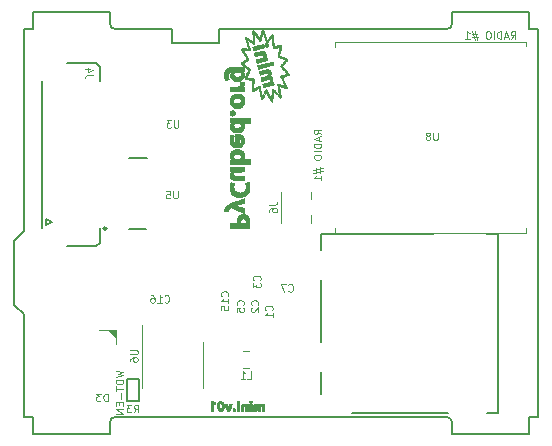
<source format=gbr>
%TF.GenerationSoftware,KiCad,Pcbnew,(5.1.4)-1*%
%TF.CreationDate,2019-12-19T18:18:08-07:00*%
%TF.ProjectId,mainboard,6d61696e-626f-4617-9264-2e6b69636164,rev?*%
%TF.SameCoordinates,Original*%
%TF.FileFunction,Legend,Bot*%
%TF.FilePolarity,Positive*%
%FSLAX46Y46*%
G04 Gerber Fmt 4.6, Leading zero omitted, Abs format (unit mm)*
G04 Created by KiCad (PCBNEW (5.1.4)-1) date 2019-12-19 18:18:08*
%MOMM*%
%LPD*%
G04 APERTURE LIST*
%ADD10C,0.076200*%
%ADD11C,0.150000*%
%ADD12C,0.010000*%
%ADD13C,0.250000*%
%ADD14C,0.120000*%
%ADD15C,0.100000*%
%ADD16C,0.200000*%
%ADD17C,0.127000*%
G04 APERTURE END LIST*
D10*
X85123261Y-103311476D02*
X85758261Y-103462666D01*
X85304690Y-103583619D01*
X85758261Y-103704571D01*
X85123261Y-103855761D01*
X85758261Y-104097666D02*
X85123261Y-104097666D01*
X85123261Y-104248857D01*
X85153500Y-104339571D01*
X85213976Y-104400047D01*
X85274452Y-104430285D01*
X85395404Y-104460523D01*
X85486119Y-104460523D01*
X85607071Y-104430285D01*
X85667547Y-104400047D01*
X85728023Y-104339571D01*
X85758261Y-104248857D01*
X85758261Y-104097666D01*
X85123261Y-104641952D02*
X85123261Y-105004809D01*
X85758261Y-104823380D02*
X85123261Y-104823380D01*
X85516357Y-105216476D02*
X85516357Y-105700285D01*
X85425642Y-106002666D02*
X85425642Y-106214333D01*
X85758261Y-106305047D02*
X85758261Y-106002666D01*
X85123261Y-106002666D01*
X85123261Y-106305047D01*
X85758261Y-106577190D02*
X85123261Y-106577190D01*
X85758261Y-106940047D01*
X85123261Y-106940047D01*
D11*
X87058500Y-104013000D02*
X86042500Y-104013000D01*
X87058500Y-105918000D02*
X87058500Y-104013000D01*
X86042500Y-105918000D02*
X87058500Y-105918000D01*
X86042500Y-104013000D02*
X86042500Y-105918000D01*
D10*
X102522261Y-83287809D02*
X102219880Y-83076142D01*
X102522261Y-82924952D02*
X101887261Y-82924952D01*
X101887261Y-83166857D01*
X101917500Y-83227333D01*
X101947738Y-83257571D01*
X102008214Y-83287809D01*
X102098928Y-83287809D01*
X102159404Y-83257571D01*
X102189642Y-83227333D01*
X102219880Y-83166857D01*
X102219880Y-82924952D01*
X102340833Y-83529714D02*
X102340833Y-83832095D01*
X102522261Y-83469238D02*
X101887261Y-83680904D01*
X102522261Y-83892571D01*
X102522261Y-84104238D02*
X101887261Y-84104238D01*
X101887261Y-84255428D01*
X101917500Y-84346142D01*
X101977976Y-84406619D01*
X102038452Y-84436857D01*
X102159404Y-84467095D01*
X102250119Y-84467095D01*
X102371071Y-84436857D01*
X102431547Y-84406619D01*
X102492023Y-84346142D01*
X102522261Y-84255428D01*
X102522261Y-84104238D01*
X102522261Y-84739238D02*
X101887261Y-84739238D01*
X101887261Y-85162571D02*
X101887261Y-85283523D01*
X101917500Y-85344000D01*
X101977976Y-85404476D01*
X102098928Y-85434714D01*
X102310595Y-85434714D01*
X102431547Y-85404476D01*
X102492023Y-85344000D01*
X102522261Y-85283523D01*
X102522261Y-85162571D01*
X102492023Y-85102095D01*
X102431547Y-85041619D01*
X102310595Y-85011380D01*
X102098928Y-85011380D01*
X101977976Y-85041619D01*
X101917500Y-85102095D01*
X101887261Y-85162571D01*
X102098928Y-86160428D02*
X102098928Y-86614000D01*
X101826785Y-86341857D02*
X102643214Y-86160428D01*
X102371071Y-86553523D02*
X102371071Y-86099952D01*
X102643214Y-86372095D02*
X101826785Y-86553523D01*
X102522261Y-87158285D02*
X102522261Y-86795428D01*
X102522261Y-86976857D02*
X101887261Y-86976857D01*
X101977976Y-86916380D01*
X102038452Y-86855904D01*
X102068690Y-86795428D01*
D11*
X120902460Y-74415942D02*
X120102459Y-74415941D01*
X85102460Y-74415941D02*
G75*
G02X84602460Y-73915941I0J500000D01*
G01*
X113602459Y-73915941D02*
G75*
G02X113102459Y-74415941I-500000J0D01*
G01*
X113102459Y-107215941D02*
G75*
G02X113602459Y-107715941I0J-500000D01*
G01*
X84602460Y-107715941D02*
G75*
G02X85102460Y-107215941I500000J0D01*
G01*
X77340460Y-91475941D02*
X76502460Y-92313941D01*
X77340460Y-98555940D02*
X76502460Y-97790000D01*
X120102460Y-72915941D02*
X113602460Y-72915941D01*
X113602459Y-107715941D02*
X113602460Y-108715941D01*
X85102460Y-107215941D02*
X113102459Y-107215941D01*
X84602460Y-108715941D02*
X84602460Y-107715941D01*
X113602460Y-108715941D02*
X120102459Y-108715940D01*
X113102459Y-74415941D02*
X93872460Y-74415941D01*
X113602460Y-72915941D02*
X113602459Y-73915941D01*
X78102460Y-72915941D02*
X78102460Y-74415941D01*
X93872460Y-74415941D02*
X93872460Y-75565000D01*
X93872460Y-75565000D02*
X89872460Y-75565000D01*
X78102460Y-74415941D02*
X77340460Y-74415941D01*
X77340460Y-74415941D02*
X77340460Y-91475941D01*
X120102460Y-107215940D02*
X120902460Y-107215940D01*
X120102459Y-74415941D02*
X120102460Y-72915941D01*
X89872460Y-75565000D02*
X89872460Y-74415941D01*
X84602460Y-72915941D02*
X78102460Y-72915941D01*
X84602460Y-73915941D02*
X84602460Y-72915941D01*
X89872460Y-74415941D02*
X85102460Y-74415941D01*
X76502460Y-92313941D02*
X76502460Y-97790000D01*
X120902460Y-107215940D02*
X120902460Y-74415942D01*
X78102460Y-107215940D02*
X78102460Y-108715940D01*
X120102459Y-108715940D02*
X120102460Y-107215940D01*
X77340460Y-98555940D02*
X77340460Y-107215940D01*
X78102460Y-108715940D02*
X84602460Y-108715941D01*
X77340460Y-107215940D02*
X78102460Y-107215940D01*
D10*
X118578690Y-75217261D02*
X118790357Y-74914880D01*
X118941547Y-75217261D02*
X118941547Y-74582261D01*
X118699642Y-74582261D01*
X118639166Y-74612500D01*
X118608928Y-74642738D01*
X118578690Y-74703214D01*
X118578690Y-74793928D01*
X118608928Y-74854404D01*
X118639166Y-74884642D01*
X118699642Y-74914880D01*
X118941547Y-74914880D01*
X118336785Y-75035833D02*
X118034404Y-75035833D01*
X118397261Y-75217261D02*
X118185595Y-74582261D01*
X117973928Y-75217261D01*
X117762261Y-75217261D02*
X117762261Y-74582261D01*
X117611071Y-74582261D01*
X117520357Y-74612500D01*
X117459880Y-74672976D01*
X117429642Y-74733452D01*
X117399404Y-74854404D01*
X117399404Y-74945119D01*
X117429642Y-75066071D01*
X117459880Y-75126547D01*
X117520357Y-75187023D01*
X117611071Y-75217261D01*
X117762261Y-75217261D01*
X117127261Y-75217261D02*
X117127261Y-74582261D01*
X116703928Y-74582261D02*
X116582976Y-74582261D01*
X116522500Y-74612500D01*
X116462023Y-74672976D01*
X116431785Y-74793928D01*
X116431785Y-75005595D01*
X116462023Y-75126547D01*
X116522500Y-75187023D01*
X116582976Y-75217261D01*
X116703928Y-75217261D01*
X116764404Y-75187023D01*
X116824880Y-75126547D01*
X116855119Y-75005595D01*
X116855119Y-74793928D01*
X116824880Y-74672976D01*
X116764404Y-74612500D01*
X116703928Y-74582261D01*
X115706071Y-74793928D02*
X115252500Y-74793928D01*
X115524642Y-74521785D02*
X115706071Y-75338214D01*
X115312976Y-75066071D02*
X115766547Y-75066071D01*
X115494404Y-75338214D02*
X115312976Y-74521785D01*
X114708214Y-75217261D02*
X115071071Y-75217261D01*
X114889642Y-75217261D02*
X114889642Y-74582261D01*
X114950119Y-74672976D01*
X115010595Y-74733452D01*
X115071071Y-74763690D01*
D12*
G36*
X95080350Y-106500527D02*
G01*
X95043863Y-106530323D01*
X95022652Y-106573959D01*
X95019782Y-106626505D01*
X95026237Y-106654742D01*
X95052020Y-106698249D01*
X95091925Y-106723492D01*
X95140554Y-106728464D01*
X95186500Y-106714366D01*
X95224105Y-106683523D01*
X95243222Y-106642718D01*
X95245323Y-106597699D01*
X95231877Y-106554218D01*
X95204353Y-106518025D01*
X95164219Y-106494870D01*
X95129045Y-106489500D01*
X95080350Y-106500527D01*
X95080350Y-106500527D01*
G37*
X95080350Y-106500527D02*
X95043863Y-106530323D01*
X95022652Y-106573959D01*
X95019782Y-106626505D01*
X95026237Y-106654742D01*
X95052020Y-106698249D01*
X95091925Y-106723492D01*
X95140554Y-106728464D01*
X95186500Y-106714366D01*
X95224105Y-106683523D01*
X95243222Y-106642718D01*
X95245323Y-106597699D01*
X95231877Y-106554218D01*
X95204353Y-106518025D01*
X95164219Y-106494870D01*
X95129045Y-106489500D01*
X95080350Y-106500527D01*
G36*
X93920128Y-105899860D02*
G01*
X93848948Y-105921747D01*
X93784954Y-105963382D01*
X93745015Y-106006911D01*
X93711215Y-106069825D01*
X93687171Y-106150231D01*
X93673516Y-106241918D01*
X93670882Y-106338674D01*
X93679900Y-106434288D01*
X93694696Y-106501533D01*
X93729620Y-106584484D01*
X93780479Y-106650365D01*
X93844215Y-106697487D01*
X93917768Y-106724160D01*
X93998082Y-106728692D01*
X94075250Y-106711876D01*
X94114926Y-106690833D01*
X94157910Y-106657187D01*
X94178100Y-106637132D01*
X94223682Y-106570096D01*
X94255948Y-106486481D01*
X94274395Y-106391637D01*
X94278448Y-106292650D01*
X94074367Y-106292650D01*
X94073421Y-106375705D01*
X94068662Y-106438124D01*
X94059186Y-106484506D01*
X94044090Y-106519446D01*
X94024772Y-106545103D01*
X93991882Y-106572029D01*
X93961907Y-106575061D01*
X93929645Y-106554376D01*
X93923561Y-106548514D01*
X93900393Y-106511216D01*
X93883002Y-106455295D01*
X93871803Y-106386957D01*
X93867213Y-106312405D01*
X93869645Y-106237845D01*
X93879515Y-106169481D01*
X93894821Y-106119047D01*
X93922752Y-106072916D01*
X93955762Y-106050942D01*
X93990797Y-106053255D01*
X94024804Y-106079984D01*
X94046004Y-106112598D01*
X94059508Y-106143448D01*
X94067977Y-106177431D01*
X94072530Y-106221653D01*
X94074287Y-106283219D01*
X94074367Y-106292650D01*
X94278448Y-106292650D01*
X94278520Y-106290916D01*
X94267820Y-106189669D01*
X94241792Y-106093247D01*
X94231603Y-106067640D01*
X94189729Y-105998931D01*
X94133295Y-105947256D01*
X94066651Y-105913157D01*
X93994145Y-105897177D01*
X93920128Y-105899860D01*
X93920128Y-105899860D01*
G37*
X93920128Y-105899860D02*
X93848948Y-105921747D01*
X93784954Y-105963382D01*
X93745015Y-106006911D01*
X93711215Y-106069825D01*
X93687171Y-106150231D01*
X93673516Y-106241918D01*
X93670882Y-106338674D01*
X93679900Y-106434288D01*
X93694696Y-106501533D01*
X93729620Y-106584484D01*
X93780479Y-106650365D01*
X93844215Y-106697487D01*
X93917768Y-106724160D01*
X93998082Y-106728692D01*
X94075250Y-106711876D01*
X94114926Y-106690833D01*
X94157910Y-106657187D01*
X94178100Y-106637132D01*
X94223682Y-106570096D01*
X94255948Y-106486481D01*
X94274395Y-106391637D01*
X94278448Y-106292650D01*
X94074367Y-106292650D01*
X94073421Y-106375705D01*
X94068662Y-106438124D01*
X94059186Y-106484506D01*
X94044090Y-106519446D01*
X94024772Y-106545103D01*
X93991882Y-106572029D01*
X93961907Y-106575061D01*
X93929645Y-106554376D01*
X93923561Y-106548514D01*
X93900393Y-106511216D01*
X93883002Y-106455295D01*
X93871803Y-106386957D01*
X93867213Y-106312405D01*
X93869645Y-106237845D01*
X93879515Y-106169481D01*
X93894821Y-106119047D01*
X93922752Y-106072916D01*
X93955762Y-106050942D01*
X93990797Y-106053255D01*
X94024804Y-106079984D01*
X94046004Y-106112598D01*
X94059508Y-106143448D01*
X94067977Y-106177431D01*
X94072530Y-106221653D01*
X94074287Y-106283219D01*
X94074367Y-106292650D01*
X94278448Y-106292650D01*
X94278520Y-106290916D01*
X94267820Y-106189669D01*
X94241792Y-106093247D01*
X94231603Y-106067640D01*
X94189729Y-105998931D01*
X94133295Y-105947256D01*
X94066651Y-105913157D01*
X93994145Y-105897177D01*
X93920128Y-105899860D01*
G36*
X96872217Y-106111860D02*
G01*
X96850008Y-106124375D01*
X96819418Y-106147897D01*
X96796007Y-106174032D01*
X96778751Y-106206504D01*
X96766626Y-106249041D01*
X96758609Y-106305368D01*
X96753675Y-106379213D01*
X96750801Y-106474301D01*
X96750564Y-106486325D01*
X96746178Y-106718100D01*
X96951800Y-106718100D01*
X96951800Y-106517725D01*
X96952285Y-106437498D01*
X96953966Y-106378746D01*
X96957179Y-106337558D01*
X96962265Y-106310022D01*
X96969560Y-106292228D01*
X96971571Y-106289125D01*
X97001283Y-106266126D01*
X97038887Y-106262228D01*
X97075396Y-106277552D01*
X97086357Y-106287594D01*
X97095657Y-106300498D01*
X97102443Y-106318305D01*
X97107229Y-106345161D01*
X97110526Y-106385216D01*
X97112847Y-106442619D01*
X97114599Y-106516194D01*
X97118648Y-106718100D01*
X97307400Y-106718100D01*
X97307400Y-106528426D01*
X97308221Y-106458904D01*
X97310476Y-106396143D01*
X97313858Y-106345619D01*
X97318060Y-106312810D01*
X97319916Y-106305835D01*
X97343510Y-106272546D01*
X97377426Y-106258820D01*
X97415355Y-106265025D01*
X97450985Y-106291528D01*
X97456222Y-106297899D01*
X97463121Y-106318740D01*
X97468009Y-106361383D01*
X97470972Y-106427002D01*
X97472094Y-106516772D01*
X97472097Y-106518075D01*
X97472500Y-106718100D01*
X97663000Y-106718100D01*
X97663091Y-106499025D01*
X97663607Y-106419371D01*
X97664973Y-106341541D01*
X97667013Y-106272065D01*
X97669554Y-106217469D01*
X97671277Y-106194225D01*
X97679373Y-106108500D01*
X97588637Y-106108500D01*
X97541623Y-106108887D01*
X97514524Y-106111417D01*
X97501854Y-106118143D01*
X97498126Y-106131119D01*
X97497900Y-106142463D01*
X97497900Y-106176427D01*
X97469325Y-106150400D01*
X97425324Y-106117451D01*
X97378968Y-106100565D01*
X97319422Y-106095800D01*
X97319259Y-106095800D01*
X97263062Y-106102574D01*
X97212982Y-106120713D01*
X97176151Y-106146942D01*
X97162235Y-106167923D01*
X97154488Y-106179176D01*
X97141393Y-106174805D01*
X97119700Y-106155774D01*
X97064650Y-106118350D01*
X97000148Y-106097986D01*
X96933552Y-106095537D01*
X96872217Y-106111860D01*
X96872217Y-106111860D01*
G37*
X96872217Y-106111860D02*
X96850008Y-106124375D01*
X96819418Y-106147897D01*
X96796007Y-106174032D01*
X96778751Y-106206504D01*
X96766626Y-106249041D01*
X96758609Y-106305368D01*
X96753675Y-106379213D01*
X96750801Y-106474301D01*
X96750564Y-106486325D01*
X96746178Y-106718100D01*
X96951800Y-106718100D01*
X96951800Y-106517725D01*
X96952285Y-106437498D01*
X96953966Y-106378746D01*
X96957179Y-106337558D01*
X96962265Y-106310022D01*
X96969560Y-106292228D01*
X96971571Y-106289125D01*
X97001283Y-106266126D01*
X97038887Y-106262228D01*
X97075396Y-106277552D01*
X97086357Y-106287594D01*
X97095657Y-106300498D01*
X97102443Y-106318305D01*
X97107229Y-106345161D01*
X97110526Y-106385216D01*
X97112847Y-106442619D01*
X97114599Y-106516194D01*
X97118648Y-106718100D01*
X97307400Y-106718100D01*
X97307400Y-106528426D01*
X97308221Y-106458904D01*
X97310476Y-106396143D01*
X97313858Y-106345619D01*
X97318060Y-106312810D01*
X97319916Y-106305835D01*
X97343510Y-106272546D01*
X97377426Y-106258820D01*
X97415355Y-106265025D01*
X97450985Y-106291528D01*
X97456222Y-106297899D01*
X97463121Y-106318740D01*
X97468009Y-106361383D01*
X97470972Y-106427002D01*
X97472094Y-106516772D01*
X97472097Y-106518075D01*
X97472500Y-106718100D01*
X97663000Y-106718100D01*
X97663091Y-106499025D01*
X97663607Y-106419371D01*
X97664973Y-106341541D01*
X97667013Y-106272065D01*
X97669554Y-106217469D01*
X97671277Y-106194225D01*
X97679373Y-106108500D01*
X97588637Y-106108500D01*
X97541623Y-106108887D01*
X97514524Y-106111417D01*
X97501854Y-106118143D01*
X97498126Y-106131119D01*
X97497900Y-106142463D01*
X97497900Y-106176427D01*
X97469325Y-106150400D01*
X97425324Y-106117451D01*
X97378968Y-106100565D01*
X97319422Y-106095800D01*
X97319259Y-106095800D01*
X97263062Y-106102574D01*
X97212982Y-106120713D01*
X97176151Y-106146942D01*
X97162235Y-106167923D01*
X97154488Y-106179176D01*
X97141393Y-106174805D01*
X97119700Y-106155774D01*
X97064650Y-106118350D01*
X97000148Y-106097986D01*
X96933552Y-106095537D01*
X96872217Y-106111860D01*
G36*
X96418400Y-106718100D02*
G01*
X96621600Y-106718100D01*
X96621600Y-106108500D01*
X96418400Y-106108500D01*
X96418400Y-106718100D01*
X96418400Y-106718100D01*
G37*
X96418400Y-106718100D02*
X96621600Y-106718100D01*
X96621600Y-106108500D01*
X96418400Y-106108500D01*
X96418400Y-106718100D01*
G36*
X95835813Y-106109706D02*
G01*
X95807504Y-106124477D01*
X95775041Y-106153978D01*
X95744647Y-106194096D01*
X95735775Y-106209718D01*
X95725439Y-106231911D01*
X95717937Y-106254326D01*
X95712820Y-106281407D01*
X95709639Y-106317600D01*
X95707944Y-106367350D01*
X95707286Y-106435103D01*
X95707200Y-106492190D01*
X95707200Y-106718100D01*
X95895469Y-106718100D01*
X95899760Y-106516206D01*
X95902375Y-106429108D01*
X95906797Y-106364208D01*
X95914219Y-106318314D01*
X95925833Y-106288230D01*
X95942833Y-106270764D01*
X95966410Y-106262722D01*
X95995106Y-106260900D01*
X96027990Y-106265798D01*
X96051315Y-106284976D01*
X96062940Y-106302175D01*
X96072930Y-106321348D01*
X96079906Y-106343743D01*
X96084392Y-106374104D01*
X96086909Y-106417173D01*
X96087982Y-106477692D01*
X96088153Y-106530775D01*
X96088200Y-106718100D01*
X96278700Y-106718100D01*
X96278811Y-106479975D01*
X96279278Y-106399472D01*
X96280505Y-106322938D01*
X96282346Y-106255909D01*
X96284653Y-106203917D01*
X96286930Y-106175175D01*
X96294938Y-106108500D01*
X96204269Y-106108500D01*
X96157276Y-106108893D01*
X96130196Y-106111436D01*
X96117541Y-106118167D01*
X96113823Y-106131128D01*
X96113600Y-106142218D01*
X96111961Y-106165128D01*
X96103442Y-106166141D01*
X96091375Y-106156449D01*
X96033809Y-106119879D01*
X95967105Y-106099344D01*
X95898646Y-106095676D01*
X95835813Y-106109706D01*
X95835813Y-106109706D01*
G37*
X95835813Y-106109706D02*
X95807504Y-106124477D01*
X95775041Y-106153978D01*
X95744647Y-106194096D01*
X95735775Y-106209718D01*
X95725439Y-106231911D01*
X95717937Y-106254326D01*
X95712820Y-106281407D01*
X95709639Y-106317600D01*
X95707944Y-106367350D01*
X95707286Y-106435103D01*
X95707200Y-106492190D01*
X95707200Y-106718100D01*
X95895469Y-106718100D01*
X95899760Y-106516206D01*
X95902375Y-106429108D01*
X95906797Y-106364208D01*
X95914219Y-106318314D01*
X95925833Y-106288230D01*
X95942833Y-106270764D01*
X95966410Y-106262722D01*
X95995106Y-106260900D01*
X96027990Y-106265798D01*
X96051315Y-106284976D01*
X96062940Y-106302175D01*
X96072930Y-106321348D01*
X96079906Y-106343743D01*
X96084392Y-106374104D01*
X96086909Y-106417173D01*
X96087982Y-106477692D01*
X96088153Y-106530775D01*
X96088200Y-106718100D01*
X96278700Y-106718100D01*
X96278811Y-106479975D01*
X96279278Y-106399472D01*
X96280505Y-106322938D01*
X96282346Y-106255909D01*
X96284653Y-106203917D01*
X96286930Y-106175175D01*
X96294938Y-106108500D01*
X96204269Y-106108500D01*
X96157276Y-106108893D01*
X96130196Y-106111436D01*
X96117541Y-106118167D01*
X96113823Y-106131128D01*
X96113600Y-106142218D01*
X96111961Y-106165128D01*
X96103442Y-106166141D01*
X96091375Y-106156449D01*
X96033809Y-106119879D01*
X95967105Y-106099344D01*
X95898646Y-106095676D01*
X95835813Y-106109706D01*
G36*
X95364300Y-106718100D02*
G01*
X95567500Y-106718100D01*
X95567500Y-106108500D01*
X95364300Y-106108500D01*
X95364300Y-106718100D01*
X95364300Y-106718100D01*
G37*
X95364300Y-106718100D02*
X95567500Y-106718100D01*
X95567500Y-106108500D01*
X95364300Y-106108500D01*
X95364300Y-106718100D01*
G36*
X94847582Y-106111181D02*
G01*
X94737363Y-106114850D01*
X94689518Y-106279950D01*
X94671752Y-106342841D01*
X94656875Y-106398515D01*
X94646251Y-106441637D01*
X94641246Y-106466873D01*
X94641037Y-106469391D01*
X94639237Y-106485565D01*
X94634618Y-106485448D01*
X94626490Y-106467243D01*
X94614166Y-106429155D01*
X94596955Y-106369387D01*
X94582433Y-106316638D01*
X94565339Y-106254030D01*
X94550207Y-106198946D01*
X94538510Y-106156728D01*
X94531721Y-106132715D01*
X94531130Y-106130725D01*
X94523910Y-106119374D01*
X94507228Y-106112614D01*
X94475801Y-106109353D01*
X94424348Y-106108500D01*
X94423645Y-106108500D01*
X94375019Y-106109954D01*
X94339811Y-106113870D01*
X94323438Y-106119580D01*
X94322900Y-106120928D01*
X94327091Y-106134894D01*
X94338689Y-106168659D01*
X94356234Y-106218218D01*
X94378265Y-106279568D01*
X94403323Y-106348705D01*
X94429947Y-106421626D01*
X94456677Y-106494326D01*
X94482052Y-106562803D01*
X94504611Y-106623052D01*
X94522896Y-106671070D01*
X94532615Y-106695875D01*
X94541408Y-106707452D01*
X94559933Y-106714253D01*
X94593650Y-106717417D01*
X94639021Y-106718100D01*
X94736524Y-106718100D01*
X94802173Y-106537125D01*
X94830016Y-106460349D01*
X94859374Y-106379358D01*
X94887031Y-106303028D01*
X94909769Y-106240238D01*
X94912812Y-106231831D01*
X94957802Y-106107512D01*
X94847582Y-106111181D01*
X94847582Y-106111181D01*
G37*
X94847582Y-106111181D02*
X94737363Y-106114850D01*
X94689518Y-106279950D01*
X94671752Y-106342841D01*
X94656875Y-106398515D01*
X94646251Y-106441637D01*
X94641246Y-106466873D01*
X94641037Y-106469391D01*
X94639237Y-106485565D01*
X94634618Y-106485448D01*
X94626490Y-106467243D01*
X94614166Y-106429155D01*
X94596955Y-106369387D01*
X94582433Y-106316638D01*
X94565339Y-106254030D01*
X94550207Y-106198946D01*
X94538510Y-106156728D01*
X94531721Y-106132715D01*
X94531130Y-106130725D01*
X94523910Y-106119374D01*
X94507228Y-106112614D01*
X94475801Y-106109353D01*
X94424348Y-106108500D01*
X94423645Y-106108500D01*
X94375019Y-106109954D01*
X94339811Y-106113870D01*
X94323438Y-106119580D01*
X94322900Y-106120928D01*
X94327091Y-106134894D01*
X94338689Y-106168659D01*
X94356234Y-106218218D01*
X94378265Y-106279568D01*
X94403323Y-106348705D01*
X94429947Y-106421626D01*
X94456677Y-106494326D01*
X94482052Y-106562803D01*
X94504611Y-106623052D01*
X94522896Y-106671070D01*
X94532615Y-106695875D01*
X94541408Y-106707452D01*
X94559933Y-106714253D01*
X94593650Y-106717417D01*
X94639021Y-106718100D01*
X94736524Y-106718100D01*
X94802173Y-106537125D01*
X94830016Y-106460349D01*
X94859374Y-106379358D01*
X94887031Y-106303028D01*
X94909769Y-106240238D01*
X94912812Y-106231831D01*
X94957802Y-106107512D01*
X94847582Y-106111181D01*
G36*
X93154500Y-106718100D02*
G01*
X93357257Y-106718100D01*
X93360654Y-106407217D01*
X93364050Y-106096335D01*
X93432571Y-106128088D01*
X93469305Y-106144396D01*
X93495195Y-106154539D01*
X93503723Y-106156395D01*
X93508627Y-106141927D01*
X93516427Y-106111895D01*
X93524946Y-106075625D01*
X93532007Y-106042443D01*
X93535434Y-106021674D01*
X93535500Y-106020219D01*
X93524700Y-106009392D01*
X93495684Y-105991414D01*
X93453535Y-105969260D01*
X93425774Y-105955993D01*
X93367319Y-105930408D01*
X93322226Y-105914984D01*
X93281744Y-105907392D01*
X93237118Y-105905302D01*
X93235274Y-105905300D01*
X93154500Y-105905300D01*
X93154500Y-106718100D01*
X93154500Y-106718100D01*
G37*
X93154500Y-106718100D02*
X93357257Y-106718100D01*
X93360654Y-106407217D01*
X93364050Y-106096335D01*
X93432571Y-106128088D01*
X93469305Y-106144396D01*
X93495195Y-106154539D01*
X93503723Y-106156395D01*
X93508627Y-106141927D01*
X93516427Y-106111895D01*
X93524946Y-106075625D01*
X93532007Y-106042443D01*
X93535434Y-106021674D01*
X93535500Y-106020219D01*
X93524700Y-106009392D01*
X93495684Y-105991414D01*
X93453535Y-105969260D01*
X93425774Y-105955993D01*
X93367319Y-105930408D01*
X93322226Y-105914984D01*
X93281744Y-105907392D01*
X93237118Y-105905302D01*
X93235274Y-105905300D01*
X93154500Y-105905300D01*
X93154500Y-106718100D01*
G36*
X96475951Y-105854822D02*
G01*
X96444815Y-105872631D01*
X96426748Y-105902633D01*
X96418171Y-105943927D01*
X96420713Y-105983908D01*
X96428120Y-106001823D01*
X96461097Y-106030395D01*
X96505518Y-106042452D01*
X96552790Y-106037088D01*
X96588138Y-106018678D01*
X96614672Y-105983194D01*
X96621537Y-105939018D01*
X96608197Y-105894170D01*
X96597556Y-105878420D01*
X96564653Y-105855876D01*
X96520756Y-105847882D01*
X96475951Y-105854822D01*
X96475951Y-105854822D01*
G37*
X96475951Y-105854822D02*
X96444815Y-105872631D01*
X96426748Y-105902633D01*
X96418171Y-105943927D01*
X96420713Y-105983908D01*
X96428120Y-106001823D01*
X96461097Y-106030395D01*
X96505518Y-106042452D01*
X96552790Y-106037088D01*
X96588138Y-106018678D01*
X96614672Y-105983194D01*
X96621537Y-105939018D01*
X96608197Y-105894170D01*
X96597556Y-105878420D01*
X96564653Y-105855876D01*
X96520756Y-105847882D01*
X96475951Y-105854822D01*
G36*
X95414038Y-105859016D02*
G01*
X95380511Y-105888425D01*
X95365085Y-105934768D01*
X95364300Y-105950235D01*
X95375285Y-105991810D01*
X95403809Y-106023012D01*
X95443227Y-106041231D01*
X95486896Y-106043857D01*
X95528170Y-106028283D01*
X95539706Y-106019105D01*
X95562339Y-105983323D01*
X95567500Y-105944873D01*
X95557991Y-105896037D01*
X95529672Y-105864207D01*
X95482858Y-105849676D01*
X95463530Y-105848727D01*
X95414038Y-105859016D01*
X95414038Y-105859016D01*
G37*
X95414038Y-105859016D02*
X95380511Y-105888425D01*
X95365085Y-105934768D01*
X95364300Y-105950235D01*
X95375285Y-105991810D01*
X95403809Y-106023012D01*
X95443227Y-106041231D01*
X95486896Y-106043857D01*
X95528170Y-106028283D01*
X95539706Y-106019105D01*
X95562339Y-105983323D01*
X95567500Y-105944873D01*
X95557991Y-105896037D01*
X95529672Y-105864207D01*
X95482858Y-105849676D01*
X95463530Y-105848727D01*
X95414038Y-105859016D01*
G36*
X95735775Y-89472779D02*
G01*
X95650029Y-89446998D01*
X95559386Y-89420025D01*
X95471920Y-89394244D01*
X95395707Y-89372039D01*
X95357950Y-89361201D01*
X95297923Y-89344019D01*
X95245777Y-89328909D01*
X95206950Y-89317459D01*
X95186880Y-89311257D01*
X95186500Y-89311125D01*
X95193622Y-89306581D01*
X95222687Y-89296816D01*
X95270957Y-89282594D01*
X95335692Y-89264682D01*
X95414152Y-89243845D01*
X95503598Y-89220849D01*
X95561150Y-89206396D01*
X95954850Y-89108373D01*
X95958356Y-88915287D01*
X95959000Y-88848526D01*
X95958465Y-88791766D01*
X95956878Y-88749363D01*
X95954366Y-88725676D01*
X95952700Y-88722200D01*
X95938194Y-88726327D01*
X95902855Y-88737988D01*
X95849744Y-88756105D01*
X95781924Y-88779603D01*
X95702456Y-88807403D01*
X95614402Y-88838427D01*
X95520824Y-88871599D01*
X95424784Y-88905842D01*
X95329345Y-88940077D01*
X95237567Y-88973227D01*
X95186500Y-88991795D01*
X95029593Y-89050798D01*
X94894990Y-89105472D01*
X94780214Y-89157065D01*
X94682791Y-89206825D01*
X94600243Y-89256000D01*
X94530095Y-89305839D01*
X94480642Y-89347572D01*
X94391400Y-89445406D01*
X94323984Y-89555551D01*
X94279259Y-89676530D01*
X94273491Y-89700203D01*
X94267369Y-89732589D01*
X94271736Y-89748986D01*
X94291497Y-89758184D01*
X94308402Y-89762757D01*
X94368277Y-89778234D01*
X94428632Y-89793526D01*
X94484205Y-89807337D01*
X94529737Y-89818372D01*
X94559967Y-89825332D01*
X94569491Y-89827100D01*
X94576003Y-89816700D01*
X94576900Y-89807264D01*
X94583601Y-89778702D01*
X94601166Y-89736833D01*
X94625790Y-89689082D01*
X94653666Y-89642878D01*
X94679002Y-89608013D01*
X94715579Y-89571394D01*
X94759803Y-89536879D01*
X94774483Y-89527550D01*
X94830496Y-89494724D01*
X95389846Y-89718062D01*
X95502423Y-89762963D01*
X95607676Y-89804848D01*
X95703281Y-89842800D01*
X95786912Y-89875898D01*
X95856244Y-89903226D01*
X95908954Y-89923864D01*
X95942716Y-89936895D01*
X95955198Y-89941400D01*
X95957239Y-89929414D01*
X95958982Y-89896311D01*
X95960299Y-89846373D01*
X95961062Y-89783882D01*
X95961200Y-89741194D01*
X95961200Y-89540987D01*
X95735775Y-89472779D01*
X95735775Y-89472779D01*
G37*
X95735775Y-89472779D02*
X95650029Y-89446998D01*
X95559386Y-89420025D01*
X95471920Y-89394244D01*
X95395707Y-89372039D01*
X95357950Y-89361201D01*
X95297923Y-89344019D01*
X95245777Y-89328909D01*
X95206950Y-89317459D01*
X95186880Y-89311257D01*
X95186500Y-89311125D01*
X95193622Y-89306581D01*
X95222687Y-89296816D01*
X95270957Y-89282594D01*
X95335692Y-89264682D01*
X95414152Y-89243845D01*
X95503598Y-89220849D01*
X95561150Y-89206396D01*
X95954850Y-89108373D01*
X95958356Y-88915287D01*
X95959000Y-88848526D01*
X95958465Y-88791766D01*
X95956878Y-88749363D01*
X95954366Y-88725676D01*
X95952700Y-88722200D01*
X95938194Y-88726327D01*
X95902855Y-88737988D01*
X95849744Y-88756105D01*
X95781924Y-88779603D01*
X95702456Y-88807403D01*
X95614402Y-88838427D01*
X95520824Y-88871599D01*
X95424784Y-88905842D01*
X95329345Y-88940077D01*
X95237567Y-88973227D01*
X95186500Y-88991795D01*
X95029593Y-89050798D01*
X94894990Y-89105472D01*
X94780214Y-89157065D01*
X94682791Y-89206825D01*
X94600243Y-89256000D01*
X94530095Y-89305839D01*
X94480642Y-89347572D01*
X94391400Y-89445406D01*
X94323984Y-89555551D01*
X94279259Y-89676530D01*
X94273491Y-89700203D01*
X94267369Y-89732589D01*
X94271736Y-89748986D01*
X94291497Y-89758184D01*
X94308402Y-89762757D01*
X94368277Y-89778234D01*
X94428632Y-89793526D01*
X94484205Y-89807337D01*
X94529737Y-89818372D01*
X94559967Y-89825332D01*
X94569491Y-89827100D01*
X94576003Y-89816700D01*
X94576900Y-89807264D01*
X94583601Y-89778702D01*
X94601166Y-89736833D01*
X94625790Y-89689082D01*
X94653666Y-89642878D01*
X94679002Y-89608013D01*
X94715579Y-89571394D01*
X94759803Y-89536879D01*
X94774483Y-89527550D01*
X94830496Y-89494724D01*
X95389846Y-89718062D01*
X95502423Y-89762963D01*
X95607676Y-89804848D01*
X95703281Y-89842800D01*
X95786912Y-89875898D01*
X95856244Y-89903226D01*
X95908954Y-89923864D01*
X95942716Y-89936895D01*
X95955198Y-89941400D01*
X95957239Y-89929414D01*
X95958982Y-89896311D01*
X95960299Y-89846373D01*
X95961062Y-89783882D01*
X95961200Y-89741194D01*
X95961200Y-89540987D01*
X95735775Y-89472779D01*
G36*
X95982598Y-78180225D02*
G01*
X95957857Y-78095399D01*
X95916177Y-78023180D01*
X95899108Y-78003348D01*
X95872944Y-77974777D01*
X95862947Y-77959018D01*
X95867233Y-77951016D01*
X95878179Y-77947198D01*
X95913208Y-77941262D01*
X95932625Y-77940074D01*
X95944354Y-77939117D01*
X95952335Y-77933679D01*
X95957288Y-77919656D01*
X95959935Y-77892943D01*
X95960999Y-77849437D01*
X95961200Y-77785032D01*
X95961200Y-77615154D01*
X95596075Y-77618855D01*
X95427777Y-77620601D01*
X95282875Y-77622234D01*
X95159371Y-77623841D01*
X95055262Y-77625509D01*
X94968546Y-77627324D01*
X94897224Y-77629373D01*
X94839292Y-77631742D01*
X94792751Y-77634518D01*
X94755598Y-77637788D01*
X94725833Y-77641639D01*
X94701454Y-77646157D01*
X94680459Y-77651429D01*
X94660848Y-77657541D01*
X94654747Y-77659616D01*
X94548976Y-77706694D01*
X94462564Y-77768919D01*
X94394473Y-77847562D01*
X94343668Y-77943890D01*
X94309109Y-78059172D01*
X94303157Y-78089575D01*
X94290976Y-78190373D01*
X94287329Y-78300264D01*
X94292355Y-78406461D01*
X94299179Y-78460600D01*
X94310856Y-78518119D01*
X94326446Y-78575980D01*
X94343951Y-78628444D01*
X94361371Y-78669769D01*
X94376709Y-78694217D01*
X94381837Y-78697993D01*
X94398861Y-78697375D01*
X94433187Y-78691598D01*
X94478803Y-78682109D01*
X94529695Y-78670358D01*
X94579853Y-78657790D01*
X94623263Y-78645856D01*
X94653915Y-78636002D01*
X94665796Y-78629678D01*
X94665800Y-78629598D01*
X94660557Y-78616344D01*
X94647344Y-78588701D01*
X94640346Y-78574794D01*
X94615500Y-78512976D01*
X94594900Y-78437516D01*
X94581258Y-78360125D01*
X94577159Y-78301850D01*
X94586531Y-78207314D01*
X94614853Y-78129615D01*
X94661868Y-78069040D01*
X94727319Y-78025876D01*
X94810948Y-78000412D01*
X94852092Y-77995005D01*
X94938850Y-77987372D01*
X94898226Y-78030311D01*
X94844465Y-78104756D01*
X94810613Y-78190389D01*
X94796357Y-78283033D01*
X94801378Y-78378512D01*
X94825363Y-78472650D01*
X94867994Y-78561270D01*
X94928957Y-78640195D01*
X94945581Y-78656578D01*
X95025175Y-78718816D01*
X95113227Y-78763009D01*
X95213605Y-78790475D01*
X95330172Y-78802529D01*
X95376494Y-78803350D01*
X95391279Y-78802227D01*
X95391279Y-78422430D01*
X95293546Y-78414975D01*
X95214960Y-78392236D01*
X95153778Y-78353375D01*
X95108255Y-78297556D01*
X95100057Y-78282698D01*
X95079028Y-78218143D01*
X95080806Y-78154634D01*
X95105163Y-78097476D01*
X95108263Y-78093085D01*
X95147455Y-78050945D01*
X95196015Y-78022716D01*
X95260996Y-78004556D01*
X95275546Y-78001965D01*
X95338696Y-77995307D01*
X95408604Y-77994060D01*
X95477740Y-77997756D01*
X95538578Y-78005926D01*
X95583590Y-78018105D01*
X95591225Y-78021584D01*
X95648669Y-78063771D01*
X95686031Y-78118374D01*
X95701672Y-78181300D01*
X95693954Y-78248458D01*
X95688533Y-78264517D01*
X95652085Y-78325575D01*
X95595862Y-78372782D01*
X95522110Y-78404945D01*
X95433074Y-78420870D01*
X95391279Y-78422430D01*
X95391279Y-78802227D01*
X95511862Y-78793068D01*
X95633269Y-78762881D01*
X95739753Y-78713250D01*
X95830354Y-78644632D01*
X95904109Y-78557489D01*
X95910198Y-78548274D01*
X95954200Y-78461681D01*
X95980869Y-78368232D01*
X95990302Y-78272791D01*
X95982598Y-78180225D01*
X95982598Y-78180225D01*
G37*
X95982598Y-78180225D02*
X95957857Y-78095399D01*
X95916177Y-78023180D01*
X95899108Y-78003348D01*
X95872944Y-77974777D01*
X95862947Y-77959018D01*
X95867233Y-77951016D01*
X95878179Y-77947198D01*
X95913208Y-77941262D01*
X95932625Y-77940074D01*
X95944354Y-77939117D01*
X95952335Y-77933679D01*
X95957288Y-77919656D01*
X95959935Y-77892943D01*
X95960999Y-77849437D01*
X95961200Y-77785032D01*
X95961200Y-77615154D01*
X95596075Y-77618855D01*
X95427777Y-77620601D01*
X95282875Y-77622234D01*
X95159371Y-77623841D01*
X95055262Y-77625509D01*
X94968546Y-77627324D01*
X94897224Y-77629373D01*
X94839292Y-77631742D01*
X94792751Y-77634518D01*
X94755598Y-77637788D01*
X94725833Y-77641639D01*
X94701454Y-77646157D01*
X94680459Y-77651429D01*
X94660848Y-77657541D01*
X94654747Y-77659616D01*
X94548976Y-77706694D01*
X94462564Y-77768919D01*
X94394473Y-77847562D01*
X94343668Y-77943890D01*
X94309109Y-78059172D01*
X94303157Y-78089575D01*
X94290976Y-78190373D01*
X94287329Y-78300264D01*
X94292355Y-78406461D01*
X94299179Y-78460600D01*
X94310856Y-78518119D01*
X94326446Y-78575980D01*
X94343951Y-78628444D01*
X94361371Y-78669769D01*
X94376709Y-78694217D01*
X94381837Y-78697993D01*
X94398861Y-78697375D01*
X94433187Y-78691598D01*
X94478803Y-78682109D01*
X94529695Y-78670358D01*
X94579853Y-78657790D01*
X94623263Y-78645856D01*
X94653915Y-78636002D01*
X94665796Y-78629678D01*
X94665800Y-78629598D01*
X94660557Y-78616344D01*
X94647344Y-78588701D01*
X94640346Y-78574794D01*
X94615500Y-78512976D01*
X94594900Y-78437516D01*
X94581258Y-78360125D01*
X94577159Y-78301850D01*
X94586531Y-78207314D01*
X94614853Y-78129615D01*
X94661868Y-78069040D01*
X94727319Y-78025876D01*
X94810948Y-78000412D01*
X94852092Y-77995005D01*
X94938850Y-77987372D01*
X94898226Y-78030311D01*
X94844465Y-78104756D01*
X94810613Y-78190389D01*
X94796357Y-78283033D01*
X94801378Y-78378512D01*
X94825363Y-78472650D01*
X94867994Y-78561270D01*
X94928957Y-78640195D01*
X94945581Y-78656578D01*
X95025175Y-78718816D01*
X95113227Y-78763009D01*
X95213605Y-78790475D01*
X95330172Y-78802529D01*
X95376494Y-78803350D01*
X95391279Y-78802227D01*
X95391279Y-78422430D01*
X95293546Y-78414975D01*
X95214960Y-78392236D01*
X95153778Y-78353375D01*
X95108255Y-78297556D01*
X95100057Y-78282698D01*
X95079028Y-78218143D01*
X95080806Y-78154634D01*
X95105163Y-78097476D01*
X95108263Y-78093085D01*
X95147455Y-78050945D01*
X95196015Y-78022716D01*
X95260996Y-78004556D01*
X95275546Y-78001965D01*
X95338696Y-77995307D01*
X95408604Y-77994060D01*
X95477740Y-77997756D01*
X95538578Y-78005926D01*
X95583590Y-78018105D01*
X95591225Y-78021584D01*
X95648669Y-78063771D01*
X95686031Y-78118374D01*
X95701672Y-78181300D01*
X95693954Y-78248458D01*
X95688533Y-78264517D01*
X95652085Y-78325575D01*
X95595862Y-78372782D01*
X95522110Y-78404945D01*
X95433074Y-78420870D01*
X95391279Y-78422430D01*
X95391279Y-78802227D01*
X95511862Y-78793068D01*
X95633269Y-78762881D01*
X95739753Y-78713250D01*
X95830354Y-78644632D01*
X95904109Y-78557489D01*
X95910198Y-78548274D01*
X95954200Y-78461681D01*
X95980869Y-78368232D01*
X95990302Y-78272791D01*
X95982598Y-78180225D01*
G36*
X96423598Y-87602969D02*
G01*
X96411544Y-87499481D01*
X96393077Y-87414100D01*
X96382863Y-87380443D01*
X96372264Y-87358643D01*
X96356662Y-87347642D01*
X96331438Y-87346382D01*
X96291972Y-87353804D01*
X96233647Y-87368851D01*
X96216061Y-87373551D01*
X96159621Y-87388926D01*
X96112878Y-87402221D01*
X96080897Y-87411960D01*
X96068824Y-87416544D01*
X96069670Y-87430291D01*
X96076846Y-87461137D01*
X96087234Y-87497196D01*
X96115641Y-87627115D01*
X96120256Y-87754635D01*
X96108224Y-87845660D01*
X96074214Y-87953840D01*
X96021508Y-88045207D01*
X95951057Y-88119050D01*
X95863810Y-88174655D01*
X95760718Y-88211312D01*
X95642729Y-88228307D01*
X95596326Y-88229474D01*
X95471768Y-88219494D01*
X95363947Y-88190494D01*
X95272538Y-88142272D01*
X95197216Y-88074622D01*
X95137653Y-87987341D01*
X95108753Y-87923940D01*
X95091338Y-87858385D01*
X95081637Y-87776893D01*
X95079747Y-87687759D01*
X95085768Y-87599279D01*
X95099798Y-87519747D01*
X95103762Y-87504990D01*
X95115824Y-87458351D01*
X95119018Y-87430489D01*
X95113768Y-87416541D01*
X95111618Y-87414915D01*
X95093159Y-87408699D01*
X95055821Y-87399612D01*
X95005762Y-87389072D01*
X94969562Y-87382160D01*
X94904686Y-87371382D01*
X94861282Y-87367033D01*
X94836301Y-87368908D01*
X94829052Y-87372769D01*
X94813470Y-87400608D01*
X94798971Y-87449027D01*
X94786097Y-87513208D01*
X94775385Y-87588336D01*
X94767374Y-87669596D01*
X94762604Y-87752172D01*
X94761613Y-87831248D01*
X94764940Y-87902008D01*
X94767298Y-87924511D01*
X94795069Y-88065920D01*
X94840951Y-88194080D01*
X94903736Y-88307098D01*
X94982216Y-88403081D01*
X95075184Y-88480136D01*
X95148400Y-88521878D01*
X95232957Y-88559554D01*
X95307433Y-88585683D01*
X95381287Y-88602586D01*
X95463978Y-88612583D01*
X95535750Y-88616869D01*
X95669971Y-88615801D01*
X95790943Y-88599135D01*
X95906648Y-88565216D01*
X96014812Y-88517599D01*
X96124670Y-88448389D01*
X96220352Y-88359142D01*
X96300318Y-88251860D01*
X96363026Y-88128541D01*
X96400357Y-88017350D01*
X96417082Y-87929910D01*
X96426466Y-87826293D01*
X96428605Y-87714610D01*
X96423598Y-87602969D01*
X96423598Y-87602969D01*
G37*
X96423598Y-87602969D02*
X96411544Y-87499481D01*
X96393077Y-87414100D01*
X96382863Y-87380443D01*
X96372264Y-87358643D01*
X96356662Y-87347642D01*
X96331438Y-87346382D01*
X96291972Y-87353804D01*
X96233647Y-87368851D01*
X96216061Y-87373551D01*
X96159621Y-87388926D01*
X96112878Y-87402221D01*
X96080897Y-87411960D01*
X96068824Y-87416544D01*
X96069670Y-87430291D01*
X96076846Y-87461137D01*
X96087234Y-87497196D01*
X96115641Y-87627115D01*
X96120256Y-87754635D01*
X96108224Y-87845660D01*
X96074214Y-87953840D01*
X96021508Y-88045207D01*
X95951057Y-88119050D01*
X95863810Y-88174655D01*
X95760718Y-88211312D01*
X95642729Y-88228307D01*
X95596326Y-88229474D01*
X95471768Y-88219494D01*
X95363947Y-88190494D01*
X95272538Y-88142272D01*
X95197216Y-88074622D01*
X95137653Y-87987341D01*
X95108753Y-87923940D01*
X95091338Y-87858385D01*
X95081637Y-87776893D01*
X95079747Y-87687759D01*
X95085768Y-87599279D01*
X95099798Y-87519747D01*
X95103762Y-87504990D01*
X95115824Y-87458351D01*
X95119018Y-87430489D01*
X95113768Y-87416541D01*
X95111618Y-87414915D01*
X95093159Y-87408699D01*
X95055821Y-87399612D01*
X95005762Y-87389072D01*
X94969562Y-87382160D01*
X94904686Y-87371382D01*
X94861282Y-87367033D01*
X94836301Y-87368908D01*
X94829052Y-87372769D01*
X94813470Y-87400608D01*
X94798971Y-87449027D01*
X94786097Y-87513208D01*
X94775385Y-87588336D01*
X94767374Y-87669596D01*
X94762604Y-87752172D01*
X94761613Y-87831248D01*
X94764940Y-87902008D01*
X94767298Y-87924511D01*
X94795069Y-88065920D01*
X94840951Y-88194080D01*
X94903736Y-88307098D01*
X94982216Y-88403081D01*
X95075184Y-88480136D01*
X95148400Y-88521878D01*
X95232957Y-88559554D01*
X95307433Y-88585683D01*
X95381287Y-88602586D01*
X95463978Y-88612583D01*
X95535750Y-88616869D01*
X95669971Y-88615801D01*
X95790943Y-88599135D01*
X95906648Y-88565216D01*
X96014812Y-88517599D01*
X96124670Y-88448389D01*
X96220352Y-88359142D01*
X96300318Y-88251860D01*
X96363026Y-88128541D01*
X96400357Y-88017350D01*
X96417082Y-87929910D01*
X96426466Y-87826293D01*
X96428605Y-87714610D01*
X96423598Y-87602969D01*
G36*
X95589725Y-86814795D02*
G01*
X95478291Y-86813262D01*
X95389347Y-86811486D01*
X95319982Y-86809295D01*
X95267288Y-86806515D01*
X95228355Y-86802973D01*
X95200272Y-86798494D01*
X95180129Y-86792906D01*
X95172758Y-86789928D01*
X95117174Y-86753640D01*
X95083563Y-86704811D01*
X95072201Y-86643842D01*
X95072200Y-86643407D01*
X95082529Y-86574311D01*
X95114181Y-86518446D01*
X95151384Y-86484827D01*
X95163752Y-86476444D01*
X95176691Y-86469783D01*
X95193161Y-86464611D01*
X95216120Y-86460697D01*
X95248530Y-86457808D01*
X95293350Y-86455711D01*
X95353539Y-86454173D01*
X95432058Y-86452963D01*
X95531866Y-86451847D01*
X95577025Y-86451389D01*
X95961200Y-86447527D01*
X95961200Y-86067900D01*
X94779342Y-86067900D01*
X94786450Y-86391750D01*
X94843600Y-86395333D01*
X94891445Y-86399482D01*
X94916077Y-86405997D01*
X94919684Y-86417294D01*
X94904453Y-86435789D01*
X94891168Y-86447867D01*
X94841019Y-86505804D01*
X94800022Y-86580615D01*
X94772369Y-86664260D01*
X94768500Y-86683008D01*
X94759107Y-86743853D01*
X94756885Y-86792805D01*
X94761799Y-86842325D01*
X94767926Y-86876335D01*
X94797637Y-86967055D01*
X94847708Y-87042805D01*
X94917783Y-87103309D01*
X95007506Y-87148292D01*
X95116521Y-87177477D01*
X95167524Y-87184907D01*
X95212005Y-87188505D01*
X95276950Y-87191733D01*
X95357424Y-87194447D01*
X95448491Y-87196505D01*
X95545217Y-87197763D01*
X95621475Y-87198096D01*
X95961200Y-87198200D01*
X95961200Y-86819213D01*
X95589725Y-86814795D01*
X95589725Y-86814795D01*
G37*
X95589725Y-86814795D02*
X95478291Y-86813262D01*
X95389347Y-86811486D01*
X95319982Y-86809295D01*
X95267288Y-86806515D01*
X95228355Y-86802973D01*
X95200272Y-86798494D01*
X95180129Y-86792906D01*
X95172758Y-86789928D01*
X95117174Y-86753640D01*
X95083563Y-86704811D01*
X95072201Y-86643842D01*
X95072200Y-86643407D01*
X95082529Y-86574311D01*
X95114181Y-86518446D01*
X95151384Y-86484827D01*
X95163752Y-86476444D01*
X95176691Y-86469783D01*
X95193161Y-86464611D01*
X95216120Y-86460697D01*
X95248530Y-86457808D01*
X95293350Y-86455711D01*
X95353539Y-86454173D01*
X95432058Y-86452963D01*
X95531866Y-86451847D01*
X95577025Y-86451389D01*
X95961200Y-86447527D01*
X95961200Y-86067900D01*
X94779342Y-86067900D01*
X94786450Y-86391750D01*
X94843600Y-86395333D01*
X94891445Y-86399482D01*
X94916077Y-86405997D01*
X94919684Y-86417294D01*
X94904453Y-86435789D01*
X94891168Y-86447867D01*
X94841019Y-86505804D01*
X94800022Y-86580615D01*
X94772369Y-86664260D01*
X94768500Y-86683008D01*
X94759107Y-86743853D01*
X94756885Y-86792805D01*
X94761799Y-86842325D01*
X94767926Y-86876335D01*
X94797637Y-86967055D01*
X94847708Y-87042805D01*
X94917783Y-87103309D01*
X95007506Y-87148292D01*
X95116521Y-87177477D01*
X95167524Y-87184907D01*
X95212005Y-87188505D01*
X95276950Y-87191733D01*
X95357424Y-87194447D01*
X95448491Y-87196505D01*
X95545217Y-87197763D01*
X95621475Y-87198096D01*
X95961200Y-87198200D01*
X95961200Y-86819213D01*
X95589725Y-86814795D01*
G36*
X95849825Y-85407500D02*
G01*
X95892840Y-85360539D01*
X95941354Y-85291382D01*
X95972667Y-85207617D01*
X95987517Y-85106936D01*
X95989021Y-85059536D01*
X95988429Y-85002913D01*
X95984682Y-84961805D01*
X95975488Y-84926341D01*
X95958552Y-84886651D01*
X95940371Y-84850099D01*
X95909442Y-84794217D01*
X95878880Y-84752876D01*
X95840875Y-84716567D01*
X95811879Y-84693719D01*
X95716604Y-84636920D01*
X95606830Y-84597332D01*
X95487109Y-84575365D01*
X95361996Y-84571430D01*
X95236042Y-84585940D01*
X95113800Y-84619304D01*
X95089704Y-84628473D01*
X94994165Y-84679935D01*
X94910766Y-84751117D01*
X94842753Y-84837950D01*
X94793371Y-84936363D01*
X94767311Y-85032850D01*
X94759741Y-85081919D01*
X94756781Y-85116811D01*
X94758727Y-85148383D01*
X94765873Y-85187489D01*
X94772318Y-85217000D01*
X94795395Y-85294785D01*
X94828978Y-85357655D01*
X94878513Y-85415588D01*
X94883222Y-85420205D01*
X94934205Y-85469682D01*
X94860328Y-85473516D01*
X94786450Y-85477350D01*
X94782882Y-85641149D01*
X94779314Y-85804947D01*
X94865432Y-85796814D01*
X94893601Y-85795346D01*
X94944652Y-85793961D01*
X95016067Y-85792682D01*
X95105328Y-85791533D01*
X95209916Y-85790539D01*
X95327314Y-85789723D01*
X95375447Y-85789493D01*
X95375447Y-85407500D01*
X95308906Y-85407114D01*
X95261829Y-85405339D01*
X95228286Y-85401248D01*
X95202345Y-85393917D01*
X95178075Y-85382419D01*
X95164225Y-85374531D01*
X95110641Y-85329413D01*
X95075563Y-85270727D01*
X95060866Y-85204110D01*
X95068426Y-85135194D01*
X95076659Y-85111619D01*
X95106631Y-85064831D01*
X95152919Y-85020261D01*
X95206993Y-84985397D01*
X95233036Y-84974369D01*
X95269835Y-84966238D01*
X95321493Y-84960369D01*
X95377495Y-84957914D01*
X95383350Y-84957902D01*
X95481449Y-84966785D01*
X95563424Y-84992454D01*
X95627657Y-85034233D01*
X95662541Y-85074706D01*
X95690935Y-85138729D01*
X95696857Y-85206045D01*
X95681725Y-85271326D01*
X95646958Y-85329244D01*
X95593978Y-85374473D01*
X95580692Y-85381850D01*
X95554607Y-85393161D01*
X95525256Y-85400654D01*
X95486837Y-85405056D01*
X95433546Y-85407090D01*
X95375447Y-85407500D01*
X95375447Y-85789493D01*
X95455003Y-85789111D01*
X95590466Y-85788725D01*
X95723075Y-85788591D01*
X96494600Y-85788500D01*
X96494600Y-85407500D01*
X95849825Y-85407500D01*
X95849825Y-85407500D01*
G37*
X95849825Y-85407500D02*
X95892840Y-85360539D01*
X95941354Y-85291382D01*
X95972667Y-85207617D01*
X95987517Y-85106936D01*
X95989021Y-85059536D01*
X95988429Y-85002913D01*
X95984682Y-84961805D01*
X95975488Y-84926341D01*
X95958552Y-84886651D01*
X95940371Y-84850099D01*
X95909442Y-84794217D01*
X95878880Y-84752876D01*
X95840875Y-84716567D01*
X95811879Y-84693719D01*
X95716604Y-84636920D01*
X95606830Y-84597332D01*
X95487109Y-84575365D01*
X95361996Y-84571430D01*
X95236042Y-84585940D01*
X95113800Y-84619304D01*
X95089704Y-84628473D01*
X94994165Y-84679935D01*
X94910766Y-84751117D01*
X94842753Y-84837950D01*
X94793371Y-84936363D01*
X94767311Y-85032850D01*
X94759741Y-85081919D01*
X94756781Y-85116811D01*
X94758727Y-85148383D01*
X94765873Y-85187489D01*
X94772318Y-85217000D01*
X94795395Y-85294785D01*
X94828978Y-85357655D01*
X94878513Y-85415588D01*
X94883222Y-85420205D01*
X94934205Y-85469682D01*
X94860328Y-85473516D01*
X94786450Y-85477350D01*
X94782882Y-85641149D01*
X94779314Y-85804947D01*
X94865432Y-85796814D01*
X94893601Y-85795346D01*
X94944652Y-85793961D01*
X95016067Y-85792682D01*
X95105328Y-85791533D01*
X95209916Y-85790539D01*
X95327314Y-85789723D01*
X95375447Y-85789493D01*
X95375447Y-85407500D01*
X95308906Y-85407114D01*
X95261829Y-85405339D01*
X95228286Y-85401248D01*
X95202345Y-85393917D01*
X95178075Y-85382419D01*
X95164225Y-85374531D01*
X95110641Y-85329413D01*
X95075563Y-85270727D01*
X95060866Y-85204110D01*
X95068426Y-85135194D01*
X95076659Y-85111619D01*
X95106631Y-85064831D01*
X95152919Y-85020261D01*
X95206993Y-84985397D01*
X95233036Y-84974369D01*
X95269835Y-84966238D01*
X95321493Y-84960369D01*
X95377495Y-84957914D01*
X95383350Y-84957902D01*
X95481449Y-84966785D01*
X95563424Y-84992454D01*
X95627657Y-85034233D01*
X95662541Y-85074706D01*
X95690935Y-85138729D01*
X95696857Y-85206045D01*
X95681725Y-85271326D01*
X95646958Y-85329244D01*
X95593978Y-85374473D01*
X95580692Y-85381850D01*
X95554607Y-85393161D01*
X95525256Y-85400654D01*
X95486837Y-85405056D01*
X95433546Y-85407090D01*
X95375447Y-85407500D01*
X95375447Y-85789493D01*
X95455003Y-85789111D01*
X95590466Y-85788725D01*
X95723075Y-85788591D01*
X96494600Y-85788500D01*
X96494600Y-85407500D01*
X95849825Y-85407500D01*
G36*
X95984666Y-83724016D02*
G01*
X95959576Y-83622731D01*
X95916264Y-83530913D01*
X95861919Y-83460183D01*
X95781441Y-83393894D01*
X95683951Y-83342720D01*
X95573815Y-83308066D01*
X95455404Y-83291337D01*
X95342075Y-83293059D01*
X95250000Y-83301468D01*
X95250000Y-83675034D01*
X95249945Y-83782137D01*
X95249657Y-83866541D01*
X95248957Y-83930945D01*
X95247665Y-83978050D01*
X95245599Y-84010555D01*
X95242580Y-84031163D01*
X95238428Y-84042571D01*
X95232961Y-84047482D01*
X95225999Y-84048594D01*
X95225042Y-84048600D01*
X95195837Y-84038601D01*
X95159678Y-84012281D01*
X95122581Y-83975160D01*
X95090562Y-83932758D01*
X95081002Y-83916453D01*
X95069105Y-83891318D01*
X95061163Y-83864912D01*
X95056428Y-83831477D01*
X95054151Y-83785257D01*
X95053585Y-83720496D01*
X95053609Y-83705700D01*
X95056685Y-83599377D01*
X95065280Y-83517174D01*
X95074219Y-83475400D01*
X95094419Y-83403849D01*
X94965835Y-83378202D01*
X94902575Y-83366542D01*
X94860566Y-83361297D01*
X94836553Y-83362206D01*
X94828103Y-83367203D01*
X94821223Y-83385653D01*
X94810768Y-83422219D01*
X94798602Y-83470207D01*
X94793974Y-83489800D01*
X94775436Y-83591457D01*
X94764261Y-83699702D01*
X94761056Y-83804864D01*
X94766429Y-83897270D01*
X94767750Y-83907560D01*
X94791113Y-84021436D01*
X94828606Y-84117890D01*
X94882832Y-84202133D01*
X94951138Y-84274613D01*
X95037274Y-84336801D01*
X95136805Y-84380820D01*
X95245614Y-84406899D01*
X95359586Y-84415269D01*
X95474604Y-84406162D01*
X95516700Y-84396253D01*
X95516700Y-84059527D01*
X95516700Y-83850864D01*
X95516789Y-83773798D01*
X95517383Y-83718520D01*
X95518979Y-83681415D01*
X95522073Y-83658872D01*
X95527159Y-83647277D01*
X95534734Y-83643017D01*
X95545275Y-83642479D01*
X95586788Y-83650703D01*
X95633921Y-83671025D01*
X95676094Y-83697952D01*
X95701133Y-83723400D01*
X95731102Y-83788986D01*
X95737345Y-83854368D01*
X95721354Y-83916282D01*
X95684618Y-83971463D01*
X95628628Y-84016647D01*
X95554874Y-84048569D01*
X95552367Y-84049298D01*
X95516700Y-84059527D01*
X95516700Y-84396253D01*
X95586554Y-84379808D01*
X95691319Y-84336437D01*
X95784783Y-84276279D01*
X95840852Y-84224764D01*
X95905130Y-84139436D01*
X95951766Y-84042478D01*
X95980645Y-83938109D01*
X95991651Y-83830548D01*
X95984666Y-83724016D01*
X95984666Y-83724016D01*
G37*
X95984666Y-83724016D02*
X95959576Y-83622731D01*
X95916264Y-83530913D01*
X95861919Y-83460183D01*
X95781441Y-83393894D01*
X95683951Y-83342720D01*
X95573815Y-83308066D01*
X95455404Y-83291337D01*
X95342075Y-83293059D01*
X95250000Y-83301468D01*
X95250000Y-83675034D01*
X95249945Y-83782137D01*
X95249657Y-83866541D01*
X95248957Y-83930945D01*
X95247665Y-83978050D01*
X95245599Y-84010555D01*
X95242580Y-84031163D01*
X95238428Y-84042571D01*
X95232961Y-84047482D01*
X95225999Y-84048594D01*
X95225042Y-84048600D01*
X95195837Y-84038601D01*
X95159678Y-84012281D01*
X95122581Y-83975160D01*
X95090562Y-83932758D01*
X95081002Y-83916453D01*
X95069105Y-83891318D01*
X95061163Y-83864912D01*
X95056428Y-83831477D01*
X95054151Y-83785257D01*
X95053585Y-83720496D01*
X95053609Y-83705700D01*
X95056685Y-83599377D01*
X95065280Y-83517174D01*
X95074219Y-83475400D01*
X95094419Y-83403849D01*
X94965835Y-83378202D01*
X94902575Y-83366542D01*
X94860566Y-83361297D01*
X94836553Y-83362206D01*
X94828103Y-83367203D01*
X94821223Y-83385653D01*
X94810768Y-83422219D01*
X94798602Y-83470207D01*
X94793974Y-83489800D01*
X94775436Y-83591457D01*
X94764261Y-83699702D01*
X94761056Y-83804864D01*
X94766429Y-83897270D01*
X94767750Y-83907560D01*
X94791113Y-84021436D01*
X94828606Y-84117890D01*
X94882832Y-84202133D01*
X94951138Y-84274613D01*
X95037274Y-84336801D01*
X95136805Y-84380820D01*
X95245614Y-84406899D01*
X95359586Y-84415269D01*
X95474604Y-84406162D01*
X95516700Y-84396253D01*
X95516700Y-84059527D01*
X95516700Y-83850864D01*
X95516789Y-83773798D01*
X95517383Y-83718520D01*
X95518979Y-83681415D01*
X95522073Y-83658872D01*
X95527159Y-83647277D01*
X95534734Y-83643017D01*
X95545275Y-83642479D01*
X95586788Y-83650703D01*
X95633921Y-83671025D01*
X95676094Y-83697952D01*
X95701133Y-83723400D01*
X95731102Y-83788986D01*
X95737345Y-83854368D01*
X95721354Y-83916282D01*
X95684618Y-83971463D01*
X95628628Y-84016647D01*
X95554874Y-84048569D01*
X95552367Y-84049298D01*
X95516700Y-84059527D01*
X95516700Y-84396253D01*
X95586554Y-84379808D01*
X95691319Y-84336437D01*
X95784783Y-84276279D01*
X95840852Y-84224764D01*
X95905130Y-84139436D01*
X95951766Y-84042478D01*
X95980645Y-83938109D01*
X95991651Y-83830548D01*
X95984666Y-83724016D01*
G36*
X95734517Y-81940400D02*
G01*
X95594633Y-81940263D01*
X95459805Y-81939869D01*
X95332620Y-81939241D01*
X95215669Y-81938405D01*
X95111538Y-81937386D01*
X95022815Y-81936208D01*
X94952090Y-81934897D01*
X94901951Y-81933477D01*
X94877267Y-81932187D01*
X94780100Y-81923973D01*
X94780100Y-82270600D01*
X94836212Y-82270600D01*
X94885476Y-82272169D01*
X94910964Y-82278750D01*
X94914203Y-82293157D01*
X94896721Y-82318203D01*
X94874818Y-82341676D01*
X94823448Y-82411106D01*
X94786102Y-82495918D01*
X94764630Y-82589199D01*
X94760884Y-82684037D01*
X94768140Y-82739925D01*
X94800618Y-82837665D01*
X94854957Y-82926908D01*
X94928277Y-83004893D01*
X95017696Y-83068857D01*
X95120330Y-83116037D01*
X95178351Y-83133114D01*
X95237356Y-83142305D01*
X95312368Y-83146853D01*
X95384263Y-83146881D01*
X95384263Y-82765830D01*
X95285993Y-82758941D01*
X95207337Y-82737808D01*
X95146261Y-82701475D01*
X95100734Y-82648987D01*
X95088075Y-82626582D01*
X95064617Y-82563794D01*
X95062978Y-82506248D01*
X95083185Y-82446136D01*
X95088745Y-82435193D01*
X95115639Y-82393219D01*
X95148151Y-82362524D01*
X95190385Y-82341556D01*
X95246442Y-82328766D01*
X95320425Y-82322605D01*
X95389926Y-82321400D01*
X95457323Y-82321694D01*
X95504806Y-82323155D01*
X95537857Y-82326653D01*
X95561961Y-82333057D01*
X95582600Y-82343237D01*
X95600446Y-82354782D01*
X95643630Y-82387258D01*
X95670592Y-82417877D01*
X95688148Y-82455476D01*
X95694835Y-82477164D01*
X95702549Y-82544362D01*
X95685984Y-82607367D01*
X95644599Y-82668149D01*
X95641105Y-82671995D01*
X95585437Y-82719130D01*
X95519121Y-82749202D01*
X95437785Y-82763809D01*
X95384263Y-82765830D01*
X95384263Y-83146881D01*
X95394447Y-83146886D01*
X95474650Y-83142527D01*
X95544038Y-83133904D01*
X95573729Y-83127554D01*
X95686764Y-83086577D01*
X95784931Y-83028090D01*
X95866230Y-82954172D01*
X95928662Y-82866902D01*
X95970228Y-82768361D01*
X95985063Y-82699587D01*
X95990557Y-82601076D01*
X95979952Y-82508117D01*
X95954420Y-82425938D01*
X95915134Y-82359772D01*
X95906701Y-82349975D01*
X95880573Y-82321400D01*
X96494600Y-82321400D01*
X96494600Y-81940400D01*
X95734517Y-81940400D01*
X95734517Y-81940400D01*
G37*
X95734517Y-81940400D02*
X95594633Y-81940263D01*
X95459805Y-81939869D01*
X95332620Y-81939241D01*
X95215669Y-81938405D01*
X95111538Y-81937386D01*
X95022815Y-81936208D01*
X94952090Y-81934897D01*
X94901951Y-81933477D01*
X94877267Y-81932187D01*
X94780100Y-81923973D01*
X94780100Y-82270600D01*
X94836212Y-82270600D01*
X94885476Y-82272169D01*
X94910964Y-82278750D01*
X94914203Y-82293157D01*
X94896721Y-82318203D01*
X94874818Y-82341676D01*
X94823448Y-82411106D01*
X94786102Y-82495918D01*
X94764630Y-82589199D01*
X94760884Y-82684037D01*
X94768140Y-82739925D01*
X94800618Y-82837665D01*
X94854957Y-82926908D01*
X94928277Y-83004893D01*
X95017696Y-83068857D01*
X95120330Y-83116037D01*
X95178351Y-83133114D01*
X95237356Y-83142305D01*
X95312368Y-83146853D01*
X95384263Y-83146881D01*
X95384263Y-82765830D01*
X95285993Y-82758941D01*
X95207337Y-82737808D01*
X95146261Y-82701475D01*
X95100734Y-82648987D01*
X95088075Y-82626582D01*
X95064617Y-82563794D01*
X95062978Y-82506248D01*
X95083185Y-82446136D01*
X95088745Y-82435193D01*
X95115639Y-82393219D01*
X95148151Y-82362524D01*
X95190385Y-82341556D01*
X95246442Y-82328766D01*
X95320425Y-82322605D01*
X95389926Y-82321400D01*
X95457323Y-82321694D01*
X95504806Y-82323155D01*
X95537857Y-82326653D01*
X95561961Y-82333057D01*
X95582600Y-82343237D01*
X95600446Y-82354782D01*
X95643630Y-82387258D01*
X95670592Y-82417877D01*
X95688148Y-82455476D01*
X95694835Y-82477164D01*
X95702549Y-82544362D01*
X95685984Y-82607367D01*
X95644599Y-82668149D01*
X95641105Y-82671995D01*
X95585437Y-82719130D01*
X95519121Y-82749202D01*
X95437785Y-82763809D01*
X95384263Y-82765830D01*
X95384263Y-83146881D01*
X95394447Y-83146886D01*
X95474650Y-83142527D01*
X95544038Y-83133904D01*
X95573729Y-83127554D01*
X95686764Y-83086577D01*
X95784931Y-83028090D01*
X95866230Y-82954172D01*
X95928662Y-82866902D01*
X95970228Y-82768361D01*
X95985063Y-82699587D01*
X95990557Y-82601076D01*
X95979952Y-82508117D01*
X95954420Y-82425938D01*
X95915134Y-82359772D01*
X95906701Y-82349975D01*
X95880573Y-82321400D01*
X96494600Y-82321400D01*
X96494600Y-81940400D01*
X95734517Y-81940400D01*
G36*
X95207651Y-81442965D02*
G01*
X95187301Y-81381251D01*
X95149722Y-81329371D01*
X95124756Y-81309138D01*
X95059277Y-81278363D01*
X94990424Y-81268094D01*
X94922976Y-81276767D01*
X94861713Y-81302822D01*
X94811414Y-81344694D01*
X94776857Y-81400824D01*
X94768870Y-81425474D01*
X94758941Y-81468904D01*
X94756437Y-81499577D01*
X94761725Y-81529135D01*
X94773225Y-81563780D01*
X94806277Y-81626297D01*
X94856063Y-81671275D01*
X94902666Y-81694157D01*
X94973669Y-81708521D01*
X95047851Y-81701477D01*
X95116246Y-81673928D01*
X95118694Y-81672438D01*
X95166294Y-81629250D01*
X95197051Y-81572751D01*
X95210869Y-81508727D01*
X95207651Y-81442965D01*
X95207651Y-81442965D01*
G37*
X95207651Y-81442965D02*
X95187301Y-81381251D01*
X95149722Y-81329371D01*
X95124756Y-81309138D01*
X95059277Y-81278363D01*
X94990424Y-81268094D01*
X94922976Y-81276767D01*
X94861713Y-81302822D01*
X94811414Y-81344694D01*
X94776857Y-81400824D01*
X94768870Y-81425474D01*
X94758941Y-81468904D01*
X94756437Y-81499577D01*
X94761725Y-81529135D01*
X94773225Y-81563780D01*
X94806277Y-81626297D01*
X94856063Y-81671275D01*
X94902666Y-81694157D01*
X94973669Y-81708521D01*
X95047851Y-81701477D01*
X95116246Y-81673928D01*
X95118694Y-81672438D01*
X95166294Y-81629250D01*
X95197051Y-81572751D01*
X95210869Y-81508727D01*
X95207651Y-81442965D01*
G36*
X95973438Y-80284821D02*
G01*
X95937063Y-80172662D01*
X95881109Y-80074652D01*
X95806294Y-79992027D01*
X95713332Y-79926019D01*
X95602940Y-79877862D01*
X95594774Y-79875253D01*
X95531116Y-79861016D01*
X95452620Y-79851714D01*
X95369467Y-79847902D01*
X95291839Y-79850138D01*
X95243650Y-79856066D01*
X95134487Y-79887829D01*
X95033303Y-79939748D01*
X94944470Y-80008663D01*
X94872362Y-80091413D01*
X94837266Y-80149670D01*
X94798319Y-80246896D01*
X94772283Y-80355189D01*
X94760594Y-80465425D01*
X94764690Y-80568478D01*
X94767944Y-80589798D01*
X94801049Y-80711972D01*
X94853546Y-80818349D01*
X94924151Y-80907885D01*
X95011580Y-80979540D01*
X95114550Y-81032269D01*
X95231777Y-81065030D01*
X95361978Y-81076782D01*
X95367539Y-81076800D01*
X95377000Y-81076241D01*
X95377000Y-80688547D01*
X95282452Y-80682391D01*
X95200678Y-80664662D01*
X95136219Y-80636526D01*
X95114473Y-80621117D01*
X95069557Y-80569899D01*
X95042604Y-80509551D01*
X95035227Y-80446398D01*
X95049042Y-80386765D01*
X95052694Y-80379183D01*
X95095895Y-80322859D01*
X95159335Y-80280374D01*
X95241557Y-80252357D01*
X95341104Y-80239441D01*
X95377000Y-80238600D01*
X95478595Y-80246137D01*
X95564672Y-80268001D01*
X95633510Y-80303075D01*
X95683389Y-80350239D01*
X95712587Y-80408375D01*
X95719900Y-80461475D01*
X95708471Y-80529822D01*
X95675126Y-80587188D01*
X95621276Y-80632638D01*
X95548336Y-80665236D01*
X95457718Y-80684047D01*
X95377000Y-80688547D01*
X95377000Y-81076241D01*
X95491101Y-81069496D01*
X95597583Y-81046504D01*
X95691048Y-81006211D01*
X95775562Y-80947001D01*
X95833045Y-80891865D01*
X95901921Y-80802332D01*
X95950115Y-80701924D01*
X95979089Y-80587310D01*
X95984588Y-80546656D01*
X95989519Y-80409897D01*
X95973438Y-80284821D01*
X95973438Y-80284821D01*
G37*
X95973438Y-80284821D02*
X95937063Y-80172662D01*
X95881109Y-80074652D01*
X95806294Y-79992027D01*
X95713332Y-79926019D01*
X95602940Y-79877862D01*
X95594774Y-79875253D01*
X95531116Y-79861016D01*
X95452620Y-79851714D01*
X95369467Y-79847902D01*
X95291839Y-79850138D01*
X95243650Y-79856066D01*
X95134487Y-79887829D01*
X95033303Y-79939748D01*
X94944470Y-80008663D01*
X94872362Y-80091413D01*
X94837266Y-80149670D01*
X94798319Y-80246896D01*
X94772283Y-80355189D01*
X94760594Y-80465425D01*
X94764690Y-80568478D01*
X94767944Y-80589798D01*
X94801049Y-80711972D01*
X94853546Y-80818349D01*
X94924151Y-80907885D01*
X95011580Y-80979540D01*
X95114550Y-81032269D01*
X95231777Y-81065030D01*
X95361978Y-81076782D01*
X95367539Y-81076800D01*
X95377000Y-81076241D01*
X95377000Y-80688547D01*
X95282452Y-80682391D01*
X95200678Y-80664662D01*
X95136219Y-80636526D01*
X95114473Y-80621117D01*
X95069557Y-80569899D01*
X95042604Y-80509551D01*
X95035227Y-80446398D01*
X95049042Y-80386765D01*
X95052694Y-80379183D01*
X95095895Y-80322859D01*
X95159335Y-80280374D01*
X95241557Y-80252357D01*
X95341104Y-80239441D01*
X95377000Y-80238600D01*
X95478595Y-80246137D01*
X95564672Y-80268001D01*
X95633510Y-80303075D01*
X95683389Y-80350239D01*
X95712587Y-80408375D01*
X95719900Y-80461475D01*
X95708471Y-80529822D01*
X95675126Y-80587188D01*
X95621276Y-80632638D01*
X95548336Y-80665236D01*
X95457718Y-80684047D01*
X95377000Y-80688547D01*
X95377000Y-81076241D01*
X95491101Y-81069496D01*
X95597583Y-81046504D01*
X95691048Y-81006211D01*
X95775562Y-80947001D01*
X95833045Y-80891865D01*
X95901921Y-80802332D01*
X95950115Y-80701924D01*
X95979089Y-80587310D01*
X95984588Y-80546656D01*
X95989519Y-80409897D01*
X95973438Y-80284821D01*
G36*
X95987498Y-78925051D02*
G01*
X95967200Y-78913125D01*
X95931523Y-78907254D01*
X95877023Y-78905293D01*
X95808237Y-78905100D01*
X95632836Y-78905100D01*
X95640034Y-78974845D01*
X95637270Y-79054035D01*
X95613828Y-79125501D01*
X95572276Y-79185144D01*
X95515181Y-79228867D01*
X95469423Y-79247237D01*
X95442311Y-79251189D01*
X95393401Y-79254619D01*
X95326292Y-79257397D01*
X95244583Y-79259392D01*
X95151873Y-79260472D01*
X95100775Y-79260630D01*
X94780100Y-79260700D01*
X94780100Y-79629000D01*
X95113475Y-79629034D01*
X95222106Y-79629408D01*
X95339778Y-79630438D01*
X95458697Y-79632012D01*
X95571069Y-79634021D01*
X95669100Y-79636353D01*
X95704025Y-79637400D01*
X95961200Y-79645732D01*
X95961200Y-79311500D01*
X95856425Y-79311003D01*
X95806068Y-79310498D01*
X95778040Y-79309031D01*
X95769274Y-79305783D01*
X95776699Y-79299935D01*
X95790738Y-79293486D01*
X95859196Y-79250771D01*
X95917832Y-79189259D01*
X95962275Y-79114960D01*
X95988156Y-79033887D01*
X95990564Y-79018599D01*
X95995735Y-78975644D01*
X95995861Y-78945176D01*
X95987498Y-78925051D01*
X95987498Y-78925051D01*
G37*
X95987498Y-78925051D02*
X95967200Y-78913125D01*
X95931523Y-78907254D01*
X95877023Y-78905293D01*
X95808237Y-78905100D01*
X95632836Y-78905100D01*
X95640034Y-78974845D01*
X95637270Y-79054035D01*
X95613828Y-79125501D01*
X95572276Y-79185144D01*
X95515181Y-79228867D01*
X95469423Y-79247237D01*
X95442311Y-79251189D01*
X95393401Y-79254619D01*
X95326292Y-79257397D01*
X95244583Y-79259392D01*
X95151873Y-79260472D01*
X95100775Y-79260630D01*
X94780100Y-79260700D01*
X94780100Y-79629000D01*
X95113475Y-79629034D01*
X95222106Y-79629408D01*
X95339778Y-79630438D01*
X95458697Y-79632012D01*
X95571069Y-79634021D01*
X95669100Y-79636353D01*
X95704025Y-79637400D01*
X95961200Y-79645732D01*
X95961200Y-79311500D01*
X95856425Y-79311003D01*
X95806068Y-79310498D01*
X95778040Y-79309031D01*
X95769274Y-79305783D01*
X95776699Y-79299935D01*
X95790738Y-79293486D01*
X95859196Y-79250771D01*
X95917832Y-79189259D01*
X95962275Y-79114960D01*
X95988156Y-79033887D01*
X95990564Y-79018599D01*
X95995735Y-78975644D01*
X95995861Y-78945176D01*
X95987498Y-78925051D01*
G36*
X96411062Y-90620595D02*
G01*
X96395601Y-90493223D01*
X96368240Y-90384359D01*
X96328555Y-90292482D01*
X96276124Y-90216072D01*
X96210522Y-90153608D01*
X96184677Y-90134965D01*
X96104468Y-90091173D01*
X96018964Y-90065853D01*
X95921850Y-90057456D01*
X95873549Y-90058738D01*
X95758652Y-90074075D01*
X95659918Y-90107399D01*
X95575840Y-90159902D01*
X95504912Y-90232777D01*
X95445628Y-90327214D01*
X95400497Y-90432983D01*
X95387401Y-90477953D01*
X95377990Y-90531717D01*
X95371473Y-90600070D01*
X95367588Y-90674825D01*
X95360987Y-90843100D01*
X94792800Y-90843100D01*
X94792800Y-91211400D01*
X96125817Y-91211400D01*
X96125817Y-90843100D01*
X95643700Y-90843100D01*
X95643700Y-90743763D01*
X95646925Y-90678075D01*
X95655591Y-90617575D01*
X95664223Y-90584194D01*
X95697747Y-90518907D01*
X95745859Y-90468831D01*
X95804198Y-90434503D01*
X95868404Y-90416461D01*
X95934115Y-90415243D01*
X95996971Y-90431386D01*
X96052610Y-90465428D01*
X96096671Y-90517906D01*
X96103399Y-90530055D01*
X96118909Y-90574036D01*
X96130822Y-90633597D01*
X96138081Y-90699044D01*
X96139627Y-90760686D01*
X96134404Y-90808829D01*
X96133993Y-90810525D01*
X96125817Y-90843100D01*
X96125817Y-91211400D01*
X96377338Y-91211400D01*
X96385148Y-91182825D01*
X96388590Y-91161012D01*
X96393177Y-91118697D01*
X96398461Y-91060728D01*
X96403990Y-90991953D01*
X96407976Y-90936942D01*
X96415046Y-90767994D01*
X96411062Y-90620595D01*
X96411062Y-90620595D01*
G37*
X96411062Y-90620595D02*
X96395601Y-90493223D01*
X96368240Y-90384359D01*
X96328555Y-90292482D01*
X96276124Y-90216072D01*
X96210522Y-90153608D01*
X96184677Y-90134965D01*
X96104468Y-90091173D01*
X96018964Y-90065853D01*
X95921850Y-90057456D01*
X95873549Y-90058738D01*
X95758652Y-90074075D01*
X95659918Y-90107399D01*
X95575840Y-90159902D01*
X95504912Y-90232777D01*
X95445628Y-90327214D01*
X95400497Y-90432983D01*
X95387401Y-90477953D01*
X95377990Y-90531717D01*
X95371473Y-90600070D01*
X95367588Y-90674825D01*
X95360987Y-90843100D01*
X94792800Y-90843100D01*
X94792800Y-91211400D01*
X96125817Y-91211400D01*
X96125817Y-90843100D01*
X95643700Y-90843100D01*
X95643700Y-90743763D01*
X95646925Y-90678075D01*
X95655591Y-90617575D01*
X95664223Y-90584194D01*
X95697747Y-90518907D01*
X95745859Y-90468831D01*
X95804198Y-90434503D01*
X95868404Y-90416461D01*
X95934115Y-90415243D01*
X95996971Y-90431386D01*
X96052610Y-90465428D01*
X96096671Y-90517906D01*
X96103399Y-90530055D01*
X96118909Y-90574036D01*
X96130822Y-90633597D01*
X96138081Y-90699044D01*
X96139627Y-90760686D01*
X96134404Y-90808829D01*
X96133993Y-90810525D01*
X96125817Y-90843100D01*
X96125817Y-91211400D01*
X96377338Y-91211400D01*
X96385148Y-91182825D01*
X96388590Y-91161012D01*
X96393177Y-91118697D01*
X96398461Y-91060728D01*
X96403990Y-90991953D01*
X96407976Y-90936942D01*
X96415046Y-90767994D01*
X96411062Y-90620595D01*
G36*
X99768014Y-78204025D02*
G01*
X99754519Y-78172493D01*
X99729511Y-78133395D01*
X99691656Y-78084618D01*
X99639625Y-78024048D01*
X99572085Y-77949570D01*
X99498014Y-77870050D01*
X99433675Y-77801479D01*
X99373611Y-77737429D01*
X99320445Y-77680702D01*
X99276802Y-77634101D01*
X99245308Y-77600425D01*
X99228622Y-77582515D01*
X99197611Y-77548980D01*
X99361473Y-77341215D01*
X99430055Y-77254125D01*
X99484468Y-77184482D01*
X99526344Y-77129846D01*
X99557315Y-77087778D01*
X99579012Y-77055838D01*
X99593067Y-77031585D01*
X99601111Y-77012579D01*
X99604775Y-76996380D01*
X99605691Y-76980548D01*
X99605678Y-76975970D01*
X99603841Y-76950343D01*
X99597162Y-76928072D01*
X99583116Y-76907502D01*
X99559176Y-76886980D01*
X99522817Y-76864851D01*
X99471514Y-76839462D01*
X99402742Y-76809159D01*
X99313975Y-76772287D01*
X99263059Y-76751582D01*
X99182204Y-76718742D01*
X99109069Y-76688866D01*
X99046983Y-76663327D01*
X98999271Y-76643498D01*
X98969261Y-76630753D01*
X98960341Y-76626650D01*
X98960467Y-76613085D01*
X98966141Y-76578019D01*
X98976705Y-76524581D01*
X98991502Y-76455902D01*
X99009875Y-76375110D01*
X99031168Y-76285337D01*
X99037143Y-76260739D01*
X99068442Y-76130176D01*
X99092813Y-76022004D01*
X99110276Y-75934182D01*
X99120851Y-75864668D01*
X99124558Y-75811423D01*
X99121417Y-75772405D01*
X99111448Y-75745574D01*
X99094671Y-75728888D01*
X99071105Y-75720307D01*
X99042449Y-75717804D01*
X99019156Y-75720533D01*
X98975580Y-75728379D01*
X98916117Y-75740444D01*
X98845162Y-75755831D01*
X98767110Y-75773641D01*
X98753654Y-75776798D01*
X98677240Y-75794396D01*
X98609454Y-75809248D01*
X98554086Y-75820585D01*
X98514924Y-75827639D01*
X98495758Y-75829644D01*
X98494562Y-75829296D01*
X98492077Y-75815454D01*
X98488106Y-75779200D01*
X98482904Y-75723462D01*
X98476721Y-75651170D01*
X98469808Y-75565251D01*
X98462419Y-75468635D01*
X98455885Y-75379374D01*
X98446232Y-75247915D01*
X98437603Y-75139604D01*
X98429554Y-75052230D01*
X98421643Y-74983583D01*
X98413425Y-74931452D01*
X98404458Y-74893627D01*
X98394298Y-74867898D01*
X98382502Y-74852054D01*
X98368626Y-74843886D01*
X98352228Y-74841182D01*
X98347931Y-74841100D01*
X98309363Y-74852941D01*
X98289535Y-74871256D01*
X98274504Y-74889546D01*
X98245584Y-74923711D01*
X98205577Y-74970478D01*
X98157286Y-75026575D01*
X98103513Y-75088733D01*
X98082696Y-75112718D01*
X98015561Y-75188849D01*
X97962249Y-75246802D01*
X97923229Y-75286100D01*
X97898972Y-75306265D01*
X97890304Y-75307988D01*
X97883876Y-75292049D01*
X97870358Y-75255481D01*
X97850958Y-75201660D01*
X97826885Y-75133964D01*
X97799349Y-75055769D01*
X97773158Y-74980800D01*
X97728967Y-74854027D01*
X97692173Y-74749044D01*
X97661905Y-74663625D01*
X97637291Y-74595545D01*
X97617460Y-74542578D01*
X97601542Y-74502498D01*
X97588664Y-74473078D01*
X97577956Y-74452093D01*
X97568546Y-74437316D01*
X97559564Y-74426521D01*
X97554131Y-74421136D01*
X97522673Y-74391583D01*
X97496786Y-74417471D01*
X97490561Y-74425094D01*
X97483820Y-74436927D01*
X97475987Y-74454894D01*
X97466486Y-74480916D01*
X97454741Y-74516918D01*
X97440175Y-74564822D01*
X97422212Y-74626551D01*
X97400276Y-74704029D01*
X97373790Y-74799178D01*
X97342178Y-74913922D01*
X97304864Y-75050184D01*
X97281064Y-75137335D01*
X97267805Y-75185919D01*
X97045144Y-74870635D01*
X96966563Y-74760157D01*
X96900755Y-74669637D01*
X96846521Y-74597819D01*
X96802664Y-74543447D01*
X96767987Y-74505267D01*
X96741293Y-74482020D01*
X96721385Y-74472453D01*
X96707064Y-74475309D01*
X96697135Y-74489332D01*
X96693105Y-74501375D01*
X96688695Y-74534419D01*
X96686482Y-74591646D01*
X96686449Y-74671939D01*
X96688576Y-74774179D01*
X96692846Y-74897247D01*
X96699241Y-75040023D01*
X96703004Y-75114150D01*
X96707488Y-75201052D01*
X96711367Y-75279083D01*
X96714481Y-75344816D01*
X96716673Y-75394818D01*
X96717785Y-75425661D01*
X96717785Y-75434241D01*
X96707167Y-75428194D01*
X96678171Y-75409827D01*
X96633543Y-75380928D01*
X96576025Y-75343285D01*
X96508364Y-75298687D01*
X96433303Y-75248922D01*
X96430626Y-75247142D01*
X96338758Y-75186535D01*
X96265372Y-75139301D01*
X96208224Y-75104134D01*
X96165068Y-75079729D01*
X96133658Y-75064779D01*
X96111749Y-75057979D01*
X96104075Y-75057226D01*
X96079465Y-75058289D01*
X96067313Y-75066230D01*
X96063223Y-75087653D01*
X96062800Y-75119193D01*
X96066229Y-75147840D01*
X96076659Y-75195020D01*
X96094311Y-75261458D01*
X96119402Y-75347879D01*
X96152153Y-75455010D01*
X96192781Y-75583576D01*
X96241506Y-75734302D01*
X96298547Y-75907915D01*
X96322919Y-75981457D01*
X96341021Y-76035963D01*
X96035189Y-76032257D01*
X95937982Y-76031250D01*
X95863138Y-76030987D01*
X95807627Y-76031622D01*
X95768418Y-76033313D01*
X95742481Y-76036215D01*
X95726787Y-76040486D01*
X95718304Y-76046281D01*
X95716476Y-76048702D01*
X95708999Y-76065684D01*
X95707506Y-76086420D01*
X95713086Y-76113028D01*
X95726829Y-76147627D01*
X95749826Y-76192334D01*
X95783166Y-76249267D01*
X95827939Y-76320546D01*
X95885235Y-76408287D01*
X95956144Y-76514608D01*
X95956505Y-76515146D01*
X96012750Y-76599091D01*
X96064306Y-76676346D01*
X96109500Y-76744378D01*
X96146658Y-76800653D01*
X96174105Y-76842641D01*
X96190167Y-76867807D01*
X96193730Y-76874012D01*
X96184523Y-76883621D01*
X96157373Y-76905686D01*
X96115119Y-76938059D01*
X96060597Y-76978588D01*
X95996645Y-77025123D01*
X95953029Y-77056388D01*
X95867443Y-77117963D01*
X95801134Y-77167650D01*
X95752329Y-77207777D01*
X95719256Y-77240673D01*
X95700142Y-77268666D01*
X95693216Y-77294084D01*
X95696703Y-77319256D01*
X95708833Y-77346509D01*
X95718944Y-77363882D01*
X95737075Y-77383711D01*
X95774234Y-77416098D01*
X95828370Y-77459429D01*
X95897435Y-77512089D01*
X95979378Y-77572463D01*
X96030047Y-77608982D01*
X96104731Y-77662769D01*
X96172169Y-77712012D01*
X96229721Y-77754729D01*
X96274749Y-77788938D01*
X96304613Y-77812658D01*
X96316674Y-77823907D01*
X96316800Y-77824300D01*
X96311718Y-77838070D01*
X96297371Y-77871863D01*
X96275113Y-77922626D01*
X96246294Y-77987305D01*
X96212266Y-78062849D01*
X96174382Y-78146205D01*
X96170122Y-78155533D01*
X96126092Y-78252406D01*
X96091795Y-78329292D01*
X96066109Y-78389167D01*
X96047909Y-78435006D01*
X96036073Y-78469786D01*
X96029478Y-78496483D01*
X96026999Y-78518071D01*
X96027247Y-78534007D01*
X96030164Y-78562775D01*
X96036542Y-78585665D01*
X96049195Y-78603700D01*
X96070939Y-78617902D01*
X96104586Y-78629295D01*
X96152952Y-78638901D01*
X96218850Y-78647743D01*
X96305095Y-78656844D01*
X96386650Y-78664626D01*
X96469852Y-78672551D01*
X96544173Y-78679889D01*
X96606026Y-78686266D01*
X96651823Y-78691304D01*
X96677977Y-78694630D01*
X96682726Y-78695621D01*
X96682877Y-78708724D01*
X96681321Y-78743904D01*
X96678255Y-78797908D01*
X96673877Y-78867483D01*
X96668384Y-78949377D01*
X96661973Y-79040338D01*
X96661057Y-79053010D01*
X96651169Y-79191097D01*
X96643369Y-79306048D01*
X96637748Y-79400048D01*
X96634397Y-79475283D01*
X96633409Y-79533937D01*
X96634873Y-79578197D01*
X96638880Y-79610247D01*
X96645523Y-79632273D01*
X96654892Y-79646460D01*
X96667078Y-79654993D01*
X96682172Y-79660058D01*
X96686409Y-79661038D01*
X96698119Y-79663630D01*
X96708779Y-79664696D01*
X96721068Y-79662821D01*
X96737665Y-79656592D01*
X96761251Y-79644593D01*
X96794505Y-79625412D01*
X96840108Y-79597633D01*
X96900738Y-79559842D01*
X96979075Y-79510625D01*
X97019091Y-79485458D01*
X97082329Y-79446060D01*
X97137809Y-79412190D01*
X97182130Y-79385869D01*
X97211888Y-79369116D01*
X97223681Y-79363950D01*
X97223707Y-79363975D01*
X97227235Y-79377167D01*
X97235123Y-79411918D01*
X97246656Y-79464899D01*
X97261117Y-79532781D01*
X97277789Y-79612235D01*
X97294425Y-79692500D01*
X97322823Y-79829800D01*
X97346794Y-79944396D01*
X97366863Y-80038497D01*
X97383555Y-80114310D01*
X97397397Y-80174045D01*
X97408914Y-80219910D01*
X97418630Y-80254114D01*
X97427073Y-80278864D01*
X97434766Y-80296370D01*
X97440476Y-80306249D01*
X97456035Y-80327112D01*
X97471102Y-80338928D01*
X97487064Y-80340011D01*
X97505307Y-80328680D01*
X97527219Y-80303249D01*
X97554186Y-80262038D01*
X97587594Y-80203360D01*
X97628831Y-80125534D01*
X97679282Y-80026877D01*
X97693077Y-79999593D01*
X97848611Y-79691522D01*
X98044262Y-80075253D01*
X98104335Y-80192462D01*
X98154431Y-80288674D01*
X98195657Y-80365748D01*
X98229117Y-80425541D01*
X98255917Y-80469913D01*
X98272438Y-80493871D01*
X98272438Y-80251300D01*
X98266869Y-80245139D01*
X98251210Y-80218801D01*
X98226812Y-80174788D01*
X98195024Y-80115602D01*
X98157196Y-80043744D01*
X98114680Y-79961715D01*
X98087350Y-79908400D01*
X98040821Y-79818279D01*
X97996374Y-79734093D01*
X97955700Y-79658902D01*
X97920488Y-79595763D01*
X97892432Y-79547737D01*
X97873220Y-79517882D01*
X97867578Y-79510844D01*
X97844172Y-79488605D01*
X97828918Y-79482912D01*
X97812489Y-79491880D01*
X97804724Y-79498144D01*
X97791425Y-79515508D01*
X97768731Y-79552253D01*
X97738536Y-79605006D01*
X97702733Y-79670396D01*
X97663215Y-79745049D01*
X97631408Y-79806800D01*
X97591922Y-79884025D01*
X97556480Y-79952662D01*
X97526609Y-80009810D01*
X97503836Y-80052568D01*
X97489688Y-80078033D01*
X97485583Y-80083907D01*
X97482325Y-80060623D01*
X97474135Y-80016556D01*
X97461845Y-79955447D01*
X97446285Y-79881034D01*
X97428286Y-79797058D01*
X97408679Y-79707256D01*
X97388296Y-79615369D01*
X97367965Y-79525136D01*
X97348520Y-79440296D01*
X97330789Y-79364589D01*
X97315605Y-79301753D01*
X97303798Y-79255529D01*
X97296199Y-79229655D01*
X97295232Y-79227194D01*
X97284175Y-79203203D01*
X97273144Y-79185481D01*
X97259719Y-79174863D01*
X97241482Y-79172185D01*
X97216012Y-79178282D01*
X97180891Y-79193990D01*
X97133699Y-79220145D01*
X97072018Y-79257581D01*
X96993428Y-79307133D01*
X96910525Y-79360043D01*
X96854641Y-79394780D01*
X96807073Y-79422484D01*
X96771457Y-79441188D01*
X96751428Y-79448923D01*
X96748374Y-79447838D01*
X96749202Y-79431637D01*
X96751657Y-79393365D01*
X96755514Y-79336285D01*
X96760547Y-79263659D01*
X96766533Y-79178747D01*
X96773247Y-79084813D01*
X96775704Y-79050733D01*
X96782396Y-78952545D01*
X96787906Y-78860533D01*
X96792077Y-78778318D01*
X96794751Y-78709518D01*
X96795770Y-78657752D01*
X96794977Y-78626641D01*
X96794388Y-78622012D01*
X96779599Y-78581840D01*
X96757225Y-78556173D01*
X96732508Y-78547655D01*
X96683356Y-78538167D01*
X96610712Y-78527849D01*
X96515517Y-78516844D01*
X96456211Y-78510778D01*
X96375909Y-78502694D01*
X96304561Y-78495177D01*
X96245888Y-78488645D01*
X96203616Y-78483519D01*
X96181465Y-78480219D01*
X96179089Y-78479522D01*
X96182971Y-78467284D01*
X96196150Y-78435014D01*
X96217303Y-78385751D01*
X96245107Y-78322535D01*
X96278239Y-78248407D01*
X96315374Y-78166408D01*
X96315596Y-78165921D01*
X96353268Y-78081944D01*
X96387141Y-78003926D01*
X96415807Y-77935314D01*
X96437858Y-77879556D01*
X96451886Y-77840098D01*
X96456500Y-77820893D01*
X96449826Y-77783090D01*
X96436214Y-77750727D01*
X96420619Y-77734221D01*
X96387209Y-77705520D01*
X96338990Y-77666979D01*
X96278967Y-77620950D01*
X96210145Y-77569789D01*
X96144114Y-77521977D01*
X96071517Y-77469748D01*
X96006252Y-77422210D01*
X95951024Y-77381379D01*
X95908539Y-77349274D01*
X95881501Y-77327914D01*
X95872588Y-77319409D01*
X95882602Y-77310014D01*
X95910427Y-77288393D01*
X95953008Y-77256804D01*
X96007288Y-77217501D01*
X96070213Y-77172743D01*
X96091663Y-77157644D01*
X96158341Y-77109903D01*
X96218663Y-77064959D01*
X96269190Y-77025517D01*
X96306481Y-76994282D01*
X96327095Y-76973959D01*
X96329264Y-76970857D01*
X96339911Y-76947312D01*
X96340553Y-76924468D01*
X96330956Y-76891638D01*
X96327304Y-76881626D01*
X96315063Y-76856992D01*
X96290519Y-76814512D01*
X96255644Y-76757346D01*
X96212408Y-76688657D01*
X96162783Y-76611606D01*
X96108742Y-76529356D01*
X96091377Y-76503263D01*
X95876224Y-76180950D01*
X96153629Y-76192058D01*
X96252264Y-76195895D01*
X96328316Y-76197992D01*
X96384585Y-76197551D01*
X96423871Y-76193770D01*
X96448974Y-76185848D01*
X96462694Y-76172986D01*
X96467831Y-76154382D01*
X96467185Y-76129236D01*
X96464309Y-76103231D01*
X96458464Y-76074614D01*
X96445670Y-76025520D01*
X96426991Y-75959575D01*
X96403488Y-75880406D01*
X96376224Y-75791639D01*
X96346260Y-75696901D01*
X96335883Y-75664704D01*
X96305980Y-75572091D01*
X96278775Y-75487294D01*
X96255219Y-75413317D01*
X96236260Y-75353164D01*
X96222850Y-75309841D01*
X96215938Y-75286352D01*
X96215200Y-75283081D01*
X96225313Y-75287288D01*
X96253781Y-75303798D01*
X96297799Y-75330862D01*
X96354563Y-75366733D01*
X96421269Y-75409661D01*
X96485066Y-75451297D01*
X96559868Y-75499719D01*
X96628908Y-75543097D01*
X96689002Y-75579535D01*
X96736966Y-75607137D01*
X96769615Y-75624006D01*
X96782660Y-75628500D01*
X96795803Y-75627492D01*
X96806500Y-75623004D01*
X96814860Y-75612847D01*
X96820993Y-75594830D01*
X96825011Y-75566760D01*
X96827022Y-75526449D01*
X96827137Y-75471703D01*
X96825466Y-75400332D01*
X96822120Y-75310146D01*
X96817208Y-75198953D01*
X96810919Y-75066216D01*
X96806956Y-74979552D01*
X96803784Y-74901617D01*
X96801513Y-74835896D01*
X96800254Y-74785869D01*
X96800115Y-74755021D01*
X96800850Y-74746518D01*
X96809160Y-74755180D01*
X96830242Y-74782134D01*
X96862260Y-74824892D01*
X96903380Y-74880964D01*
X96951766Y-74947863D01*
X97005584Y-75023099D01*
X97026281Y-75052234D01*
X97083008Y-75131486D01*
X97136369Y-75204622D01*
X97184259Y-75268864D01*
X97224572Y-75321435D01*
X97255202Y-75359559D01*
X97274043Y-75380460D01*
X97277087Y-75382960D01*
X97292445Y-75392250D01*
X97305773Y-75396901D01*
X97317958Y-75394845D01*
X97329884Y-75384012D01*
X97342438Y-75362336D01*
X97356505Y-75327748D01*
X97372970Y-75278180D01*
X97392720Y-75211563D01*
X97416639Y-75125830D01*
X97445613Y-75018912D01*
X97466845Y-74939810D01*
X97488254Y-74860749D01*
X97507593Y-74790892D01*
X97523885Y-74733638D01*
X97536155Y-74692387D01*
X97543425Y-74670538D01*
X97544902Y-74667969D01*
X97549946Y-74680529D01*
X97562270Y-74714138D01*
X97580825Y-74765847D01*
X97604562Y-74832711D01*
X97632432Y-74911780D01*
X97663386Y-75000109D01*
X97677020Y-75039160D01*
X97710449Y-75133937D01*
X97742813Y-75223686D01*
X97772765Y-75304821D01*
X97798958Y-75373759D01*
X97820046Y-75426914D01*
X97834681Y-75460703D01*
X97837637Y-75466575D01*
X97852857Y-75493713D01*
X97866909Y-75513367D01*
X97881739Y-75524221D01*
X97899290Y-75524962D01*
X97921508Y-75514276D01*
X97950337Y-75490848D01*
X97987721Y-75453364D01*
X98035606Y-75400509D01*
X98095934Y-75330970D01*
X98170652Y-75243432D01*
X98174547Y-75238857D01*
X98220987Y-75184977D01*
X98261459Y-75139300D01*
X98293273Y-75104758D01*
X98313741Y-75084280D01*
X98320203Y-75080107D01*
X98321906Y-75094430D01*
X98325261Y-75131003D01*
X98330013Y-75186747D01*
X98335908Y-75258585D01*
X98342692Y-75343437D01*
X98350111Y-75438225D01*
X98354497Y-75495150D01*
X98362617Y-75596421D01*
X98370915Y-75691448D01*
X98379037Y-75776758D01*
X98386627Y-75848875D01*
X98393329Y-75904325D01*
X98398788Y-75939633D01*
X98400923Y-75948595D01*
X98410249Y-75971910D01*
X98422946Y-75988582D01*
X98442061Y-75998642D01*
X98470643Y-76002120D01*
X98511737Y-75999047D01*
X98568392Y-75989453D01*
X98643655Y-75973368D01*
X98735940Y-75951920D01*
X98811769Y-75934227D01*
X98878755Y-75919081D01*
X98933139Y-75907292D01*
X98971162Y-75899670D01*
X98989065Y-75897025D01*
X98989924Y-75897185D01*
X98988169Y-75910169D01*
X98981065Y-75944599D01*
X98969343Y-75997261D01*
X98953735Y-76064941D01*
X98934971Y-76144422D01*
X98913782Y-76232492D01*
X98912420Y-76238100D01*
X98884121Y-76356227D01*
X98862208Y-76452470D01*
X98846435Y-76529463D01*
X98836554Y-76589841D01*
X98832318Y-76636239D01*
X98833482Y-76671291D01*
X98839799Y-76697633D01*
X98851021Y-76717898D01*
X98865994Y-76733914D01*
X98888186Y-76748059D01*
X98930059Y-76769539D01*
X98987615Y-76796505D01*
X99056852Y-76827108D01*
X99133772Y-76859497D01*
X99165696Y-76872498D01*
X99242146Y-76903622D01*
X99310394Y-76931967D01*
X99367002Y-76956060D01*
X99408530Y-76974426D01*
X99431539Y-76985591D01*
X99434993Y-76987955D01*
X99429069Y-77000076D01*
X99409389Y-77029143D01*
X99378070Y-77072277D01*
X99337231Y-77126596D01*
X99288991Y-77189219D01*
X99256752Y-77230371D01*
X99191720Y-77313653D01*
X99141592Y-77380266D01*
X99104957Y-77433006D01*
X99080403Y-77474673D01*
X99066518Y-77508064D01*
X99061892Y-77535976D01*
X99065112Y-77561208D01*
X99074768Y-77586557D01*
X99075880Y-77588888D01*
X99089429Y-77608307D01*
X99118114Y-77643299D01*
X99159495Y-77691101D01*
X99211135Y-77748949D01*
X99270593Y-77814079D01*
X99335431Y-77883725D01*
X99344883Y-77893768D01*
X99408661Y-77961778D01*
X99466091Y-78023669D01*
X99515036Y-78077085D01*
X99553361Y-78119674D01*
X99578931Y-78149081D01*
X99589610Y-78162952D01*
X99589748Y-78163687D01*
X99576293Y-78169060D01*
X99543648Y-78179824D01*
X99497021Y-78194308D01*
X99452598Y-78207617D01*
X99341050Y-78240553D01*
X99251559Y-78267432D01*
X99181869Y-78289551D01*
X99129724Y-78308205D01*
X99092870Y-78324693D01*
X99069050Y-78340310D01*
X99056009Y-78356354D01*
X99051492Y-78374119D01*
X99053242Y-78394904D01*
X99059005Y-78420005D01*
X99062071Y-78432111D01*
X99071317Y-78458613D01*
X99090197Y-78504535D01*
X99117194Y-78566477D01*
X99150788Y-78641038D01*
X99189463Y-78724817D01*
X99231701Y-78814414D01*
X99246952Y-78846323D01*
X99288769Y-78933907D01*
X99326579Y-79013873D01*
X99359088Y-79083427D01*
X99385006Y-79139774D01*
X99403039Y-79180120D01*
X99411897Y-79201669D01*
X99412538Y-79204496D01*
X99399890Y-79201683D01*
X99366742Y-79191492D01*
X99316524Y-79175056D01*
X99252666Y-79153509D01*
X99178599Y-79127986D01*
X99136504Y-79113278D01*
X99034336Y-79078243D01*
X98951873Y-79051743D01*
X98890134Y-79034075D01*
X98850139Y-79025538D01*
X98835336Y-79025222D01*
X98818653Y-79031993D01*
X98809928Y-79046009D01*
X98806747Y-79073981D01*
X98806526Y-79105367D01*
X98809001Y-79136039D01*
X98815756Y-79187876D01*
X98826189Y-79257117D01*
X98839700Y-79340001D01*
X98855688Y-79432766D01*
X98873554Y-79531652D01*
X98880635Y-79569649D01*
X98954220Y-79961147D01*
X98692785Y-79701064D01*
X98624905Y-79634157D01*
X98561756Y-79573089D01*
X98505854Y-79520203D01*
X98459718Y-79477842D01*
X98425867Y-79448349D01*
X98406818Y-79434067D01*
X98404897Y-79433209D01*
X98382551Y-79433334D01*
X98366035Y-79453083D01*
X98362688Y-79460017D01*
X98358550Y-79478480D01*
X98352329Y-79518341D01*
X98344466Y-79575726D01*
X98335404Y-79646758D01*
X98325585Y-79727562D01*
X98315451Y-79814262D01*
X98305443Y-79902984D01*
X98296004Y-79989851D01*
X98287575Y-80070987D01*
X98280600Y-80142518D01*
X98275519Y-80200568D01*
X98272775Y-80241261D01*
X98272438Y-80251300D01*
X98272438Y-80493871D01*
X98277161Y-80500721D01*
X98293956Y-80519825D01*
X98307405Y-80529082D01*
X98315125Y-80530700D01*
X98327122Y-80527746D01*
X98337672Y-80517368D01*
X98347219Y-80497293D01*
X98356209Y-80465249D01*
X98365086Y-80418962D01*
X98374295Y-80356159D01*
X98384282Y-80274569D01*
X98395491Y-80171917D01*
X98406615Y-80063397D01*
X98416734Y-79964101D01*
X98426259Y-79873147D01*
X98434854Y-79793550D01*
X98442183Y-79728327D01*
X98447910Y-79680495D01*
X98451699Y-79653071D01*
X98452921Y-79647647D01*
X98462779Y-79655021D01*
X98488295Y-79678293D01*
X98527248Y-79715319D01*
X98577414Y-79763955D01*
X98636574Y-79822057D01*
X98702504Y-79887483D01*
X98730274Y-79915224D01*
X98810528Y-79995165D01*
X98875117Y-80058527D01*
X98925988Y-80107036D01*
X98965085Y-80142418D01*
X98994354Y-80166399D01*
X99015738Y-80180705D01*
X99031184Y-80187063D01*
X99037423Y-80187800D01*
X99065542Y-80179375D01*
X99081066Y-80152884D01*
X99084626Y-80106506D01*
X99080588Y-80063075D01*
X99076777Y-80039214D01*
X99069056Y-79994258D01*
X99058130Y-79932090D01*
X99044700Y-79856594D01*
X99029473Y-79771651D01*
X99013149Y-79681144D01*
X98996435Y-79588958D01*
X98980032Y-79498973D01*
X98964645Y-79415074D01*
X98950978Y-79341143D01*
X98939733Y-79281062D01*
X98931615Y-79238715D01*
X98927876Y-79220358D01*
X98930492Y-79214136D01*
X98944042Y-79213646D01*
X98971200Y-79219584D01*
X99014643Y-79232646D01*
X99077047Y-79253530D01*
X99140808Y-79275767D01*
X99244648Y-79312297D01*
X99327322Y-79341129D01*
X99391594Y-79363081D01*
X99440228Y-79378969D01*
X99475988Y-79389609D01*
X99501638Y-79395819D01*
X99519943Y-79398414D01*
X99533667Y-79398212D01*
X99545575Y-79396028D01*
X99546846Y-79395714D01*
X99568419Y-79387255D01*
X99578108Y-79370937D01*
X99580347Y-79338518D01*
X99580328Y-79333484D01*
X99578094Y-79314096D01*
X99570980Y-79287371D01*
X99558026Y-79251046D01*
X99538270Y-79202855D01*
X99510752Y-79140536D01*
X99474513Y-79061825D01*
X99428590Y-78964458D01*
X99385068Y-78873350D01*
X99340123Y-78779266D01*
X99299064Y-78692623D01*
X99263103Y-78616027D01*
X99233448Y-78552087D01*
X99211310Y-78503411D01*
X99197899Y-78472605D01*
X99194307Y-78462292D01*
X99207147Y-78457467D01*
X99240802Y-78446553D01*
X99291725Y-78430649D01*
X99356371Y-78410858D01*
X99431192Y-78388281D01*
X99466749Y-78377652D01*
X99569755Y-78346073D01*
X99650696Y-78319352D01*
X99708837Y-78297756D01*
X99743442Y-78281550D01*
X99752728Y-78274361D01*
X99765786Y-78252845D01*
X99771326Y-78230104D01*
X99768014Y-78204025D01*
X99768014Y-78204025D01*
G37*
X99768014Y-78204025D02*
X99754519Y-78172493D01*
X99729511Y-78133395D01*
X99691656Y-78084618D01*
X99639625Y-78024048D01*
X99572085Y-77949570D01*
X99498014Y-77870050D01*
X99433675Y-77801479D01*
X99373611Y-77737429D01*
X99320445Y-77680702D01*
X99276802Y-77634101D01*
X99245308Y-77600425D01*
X99228622Y-77582515D01*
X99197611Y-77548980D01*
X99361473Y-77341215D01*
X99430055Y-77254125D01*
X99484468Y-77184482D01*
X99526344Y-77129846D01*
X99557315Y-77087778D01*
X99579012Y-77055838D01*
X99593067Y-77031585D01*
X99601111Y-77012579D01*
X99604775Y-76996380D01*
X99605691Y-76980548D01*
X99605678Y-76975970D01*
X99603841Y-76950343D01*
X99597162Y-76928072D01*
X99583116Y-76907502D01*
X99559176Y-76886980D01*
X99522817Y-76864851D01*
X99471514Y-76839462D01*
X99402742Y-76809159D01*
X99313975Y-76772287D01*
X99263059Y-76751582D01*
X99182204Y-76718742D01*
X99109069Y-76688866D01*
X99046983Y-76663327D01*
X98999271Y-76643498D01*
X98969261Y-76630753D01*
X98960341Y-76626650D01*
X98960467Y-76613085D01*
X98966141Y-76578019D01*
X98976705Y-76524581D01*
X98991502Y-76455902D01*
X99009875Y-76375110D01*
X99031168Y-76285337D01*
X99037143Y-76260739D01*
X99068442Y-76130176D01*
X99092813Y-76022004D01*
X99110276Y-75934182D01*
X99120851Y-75864668D01*
X99124558Y-75811423D01*
X99121417Y-75772405D01*
X99111448Y-75745574D01*
X99094671Y-75728888D01*
X99071105Y-75720307D01*
X99042449Y-75717804D01*
X99019156Y-75720533D01*
X98975580Y-75728379D01*
X98916117Y-75740444D01*
X98845162Y-75755831D01*
X98767110Y-75773641D01*
X98753654Y-75776798D01*
X98677240Y-75794396D01*
X98609454Y-75809248D01*
X98554086Y-75820585D01*
X98514924Y-75827639D01*
X98495758Y-75829644D01*
X98494562Y-75829296D01*
X98492077Y-75815454D01*
X98488106Y-75779200D01*
X98482904Y-75723462D01*
X98476721Y-75651170D01*
X98469808Y-75565251D01*
X98462419Y-75468635D01*
X98455885Y-75379374D01*
X98446232Y-75247915D01*
X98437603Y-75139604D01*
X98429554Y-75052230D01*
X98421643Y-74983583D01*
X98413425Y-74931452D01*
X98404458Y-74893627D01*
X98394298Y-74867898D01*
X98382502Y-74852054D01*
X98368626Y-74843886D01*
X98352228Y-74841182D01*
X98347931Y-74841100D01*
X98309363Y-74852941D01*
X98289535Y-74871256D01*
X98274504Y-74889546D01*
X98245584Y-74923711D01*
X98205577Y-74970478D01*
X98157286Y-75026575D01*
X98103513Y-75088733D01*
X98082696Y-75112718D01*
X98015561Y-75188849D01*
X97962249Y-75246802D01*
X97923229Y-75286100D01*
X97898972Y-75306265D01*
X97890304Y-75307988D01*
X97883876Y-75292049D01*
X97870358Y-75255481D01*
X97850958Y-75201660D01*
X97826885Y-75133964D01*
X97799349Y-75055769D01*
X97773158Y-74980800D01*
X97728967Y-74854027D01*
X97692173Y-74749044D01*
X97661905Y-74663625D01*
X97637291Y-74595545D01*
X97617460Y-74542578D01*
X97601542Y-74502498D01*
X97588664Y-74473078D01*
X97577956Y-74452093D01*
X97568546Y-74437316D01*
X97559564Y-74426521D01*
X97554131Y-74421136D01*
X97522673Y-74391583D01*
X97496786Y-74417471D01*
X97490561Y-74425094D01*
X97483820Y-74436927D01*
X97475987Y-74454894D01*
X97466486Y-74480916D01*
X97454741Y-74516918D01*
X97440175Y-74564822D01*
X97422212Y-74626551D01*
X97400276Y-74704029D01*
X97373790Y-74799178D01*
X97342178Y-74913922D01*
X97304864Y-75050184D01*
X97281064Y-75137335D01*
X97267805Y-75185919D01*
X97045144Y-74870635D01*
X96966563Y-74760157D01*
X96900755Y-74669637D01*
X96846521Y-74597819D01*
X96802664Y-74543447D01*
X96767987Y-74505267D01*
X96741293Y-74482020D01*
X96721385Y-74472453D01*
X96707064Y-74475309D01*
X96697135Y-74489332D01*
X96693105Y-74501375D01*
X96688695Y-74534419D01*
X96686482Y-74591646D01*
X96686449Y-74671939D01*
X96688576Y-74774179D01*
X96692846Y-74897247D01*
X96699241Y-75040023D01*
X96703004Y-75114150D01*
X96707488Y-75201052D01*
X96711367Y-75279083D01*
X96714481Y-75344816D01*
X96716673Y-75394818D01*
X96717785Y-75425661D01*
X96717785Y-75434241D01*
X96707167Y-75428194D01*
X96678171Y-75409827D01*
X96633543Y-75380928D01*
X96576025Y-75343285D01*
X96508364Y-75298687D01*
X96433303Y-75248922D01*
X96430626Y-75247142D01*
X96338758Y-75186535D01*
X96265372Y-75139301D01*
X96208224Y-75104134D01*
X96165068Y-75079729D01*
X96133658Y-75064779D01*
X96111749Y-75057979D01*
X96104075Y-75057226D01*
X96079465Y-75058289D01*
X96067313Y-75066230D01*
X96063223Y-75087653D01*
X96062800Y-75119193D01*
X96066229Y-75147840D01*
X96076659Y-75195020D01*
X96094311Y-75261458D01*
X96119402Y-75347879D01*
X96152153Y-75455010D01*
X96192781Y-75583576D01*
X96241506Y-75734302D01*
X96298547Y-75907915D01*
X96322919Y-75981457D01*
X96341021Y-76035963D01*
X96035189Y-76032257D01*
X95937982Y-76031250D01*
X95863138Y-76030987D01*
X95807627Y-76031622D01*
X95768418Y-76033313D01*
X95742481Y-76036215D01*
X95726787Y-76040486D01*
X95718304Y-76046281D01*
X95716476Y-76048702D01*
X95708999Y-76065684D01*
X95707506Y-76086420D01*
X95713086Y-76113028D01*
X95726829Y-76147627D01*
X95749826Y-76192334D01*
X95783166Y-76249267D01*
X95827939Y-76320546D01*
X95885235Y-76408287D01*
X95956144Y-76514608D01*
X95956505Y-76515146D01*
X96012750Y-76599091D01*
X96064306Y-76676346D01*
X96109500Y-76744378D01*
X96146658Y-76800653D01*
X96174105Y-76842641D01*
X96190167Y-76867807D01*
X96193730Y-76874012D01*
X96184523Y-76883621D01*
X96157373Y-76905686D01*
X96115119Y-76938059D01*
X96060597Y-76978588D01*
X95996645Y-77025123D01*
X95953029Y-77056388D01*
X95867443Y-77117963D01*
X95801134Y-77167650D01*
X95752329Y-77207777D01*
X95719256Y-77240673D01*
X95700142Y-77268666D01*
X95693216Y-77294084D01*
X95696703Y-77319256D01*
X95708833Y-77346509D01*
X95718944Y-77363882D01*
X95737075Y-77383711D01*
X95774234Y-77416098D01*
X95828370Y-77459429D01*
X95897435Y-77512089D01*
X95979378Y-77572463D01*
X96030047Y-77608982D01*
X96104731Y-77662769D01*
X96172169Y-77712012D01*
X96229721Y-77754729D01*
X96274749Y-77788938D01*
X96304613Y-77812658D01*
X96316674Y-77823907D01*
X96316800Y-77824300D01*
X96311718Y-77838070D01*
X96297371Y-77871863D01*
X96275113Y-77922626D01*
X96246294Y-77987305D01*
X96212266Y-78062849D01*
X96174382Y-78146205D01*
X96170122Y-78155533D01*
X96126092Y-78252406D01*
X96091795Y-78329292D01*
X96066109Y-78389167D01*
X96047909Y-78435006D01*
X96036073Y-78469786D01*
X96029478Y-78496483D01*
X96026999Y-78518071D01*
X96027247Y-78534007D01*
X96030164Y-78562775D01*
X96036542Y-78585665D01*
X96049195Y-78603700D01*
X96070939Y-78617902D01*
X96104586Y-78629295D01*
X96152952Y-78638901D01*
X96218850Y-78647743D01*
X96305095Y-78656844D01*
X96386650Y-78664626D01*
X96469852Y-78672551D01*
X96544173Y-78679889D01*
X96606026Y-78686266D01*
X96651823Y-78691304D01*
X96677977Y-78694630D01*
X96682726Y-78695621D01*
X96682877Y-78708724D01*
X96681321Y-78743904D01*
X96678255Y-78797908D01*
X96673877Y-78867483D01*
X96668384Y-78949377D01*
X96661973Y-79040338D01*
X96661057Y-79053010D01*
X96651169Y-79191097D01*
X96643369Y-79306048D01*
X96637748Y-79400048D01*
X96634397Y-79475283D01*
X96633409Y-79533937D01*
X96634873Y-79578197D01*
X96638880Y-79610247D01*
X96645523Y-79632273D01*
X96654892Y-79646460D01*
X96667078Y-79654993D01*
X96682172Y-79660058D01*
X96686409Y-79661038D01*
X96698119Y-79663630D01*
X96708779Y-79664696D01*
X96721068Y-79662821D01*
X96737665Y-79656592D01*
X96761251Y-79644593D01*
X96794505Y-79625412D01*
X96840108Y-79597633D01*
X96900738Y-79559842D01*
X96979075Y-79510625D01*
X97019091Y-79485458D01*
X97082329Y-79446060D01*
X97137809Y-79412190D01*
X97182130Y-79385869D01*
X97211888Y-79369116D01*
X97223681Y-79363950D01*
X97223707Y-79363975D01*
X97227235Y-79377167D01*
X97235123Y-79411918D01*
X97246656Y-79464899D01*
X97261117Y-79532781D01*
X97277789Y-79612235D01*
X97294425Y-79692500D01*
X97322823Y-79829800D01*
X97346794Y-79944396D01*
X97366863Y-80038497D01*
X97383555Y-80114310D01*
X97397397Y-80174045D01*
X97408914Y-80219910D01*
X97418630Y-80254114D01*
X97427073Y-80278864D01*
X97434766Y-80296370D01*
X97440476Y-80306249D01*
X97456035Y-80327112D01*
X97471102Y-80338928D01*
X97487064Y-80340011D01*
X97505307Y-80328680D01*
X97527219Y-80303249D01*
X97554186Y-80262038D01*
X97587594Y-80203360D01*
X97628831Y-80125534D01*
X97679282Y-80026877D01*
X97693077Y-79999593D01*
X97848611Y-79691522D01*
X98044262Y-80075253D01*
X98104335Y-80192462D01*
X98154431Y-80288674D01*
X98195657Y-80365748D01*
X98229117Y-80425541D01*
X98255917Y-80469913D01*
X98272438Y-80493871D01*
X98272438Y-80251300D01*
X98266869Y-80245139D01*
X98251210Y-80218801D01*
X98226812Y-80174788D01*
X98195024Y-80115602D01*
X98157196Y-80043744D01*
X98114680Y-79961715D01*
X98087350Y-79908400D01*
X98040821Y-79818279D01*
X97996374Y-79734093D01*
X97955700Y-79658902D01*
X97920488Y-79595763D01*
X97892432Y-79547737D01*
X97873220Y-79517882D01*
X97867578Y-79510844D01*
X97844172Y-79488605D01*
X97828918Y-79482912D01*
X97812489Y-79491880D01*
X97804724Y-79498144D01*
X97791425Y-79515508D01*
X97768731Y-79552253D01*
X97738536Y-79605006D01*
X97702733Y-79670396D01*
X97663215Y-79745049D01*
X97631408Y-79806800D01*
X97591922Y-79884025D01*
X97556480Y-79952662D01*
X97526609Y-80009810D01*
X97503836Y-80052568D01*
X97489688Y-80078033D01*
X97485583Y-80083907D01*
X97482325Y-80060623D01*
X97474135Y-80016556D01*
X97461845Y-79955447D01*
X97446285Y-79881034D01*
X97428286Y-79797058D01*
X97408679Y-79707256D01*
X97388296Y-79615369D01*
X97367965Y-79525136D01*
X97348520Y-79440296D01*
X97330789Y-79364589D01*
X97315605Y-79301753D01*
X97303798Y-79255529D01*
X97296199Y-79229655D01*
X97295232Y-79227194D01*
X97284175Y-79203203D01*
X97273144Y-79185481D01*
X97259719Y-79174863D01*
X97241482Y-79172185D01*
X97216012Y-79178282D01*
X97180891Y-79193990D01*
X97133699Y-79220145D01*
X97072018Y-79257581D01*
X96993428Y-79307133D01*
X96910525Y-79360043D01*
X96854641Y-79394780D01*
X96807073Y-79422484D01*
X96771457Y-79441188D01*
X96751428Y-79448923D01*
X96748374Y-79447838D01*
X96749202Y-79431637D01*
X96751657Y-79393365D01*
X96755514Y-79336285D01*
X96760547Y-79263659D01*
X96766533Y-79178747D01*
X96773247Y-79084813D01*
X96775704Y-79050733D01*
X96782396Y-78952545D01*
X96787906Y-78860533D01*
X96792077Y-78778318D01*
X96794751Y-78709518D01*
X96795770Y-78657752D01*
X96794977Y-78626641D01*
X96794388Y-78622012D01*
X96779599Y-78581840D01*
X96757225Y-78556173D01*
X96732508Y-78547655D01*
X96683356Y-78538167D01*
X96610712Y-78527849D01*
X96515517Y-78516844D01*
X96456211Y-78510778D01*
X96375909Y-78502694D01*
X96304561Y-78495177D01*
X96245888Y-78488645D01*
X96203616Y-78483519D01*
X96181465Y-78480219D01*
X96179089Y-78479522D01*
X96182971Y-78467284D01*
X96196150Y-78435014D01*
X96217303Y-78385751D01*
X96245107Y-78322535D01*
X96278239Y-78248407D01*
X96315374Y-78166408D01*
X96315596Y-78165921D01*
X96353268Y-78081944D01*
X96387141Y-78003926D01*
X96415807Y-77935314D01*
X96437858Y-77879556D01*
X96451886Y-77840098D01*
X96456500Y-77820893D01*
X96449826Y-77783090D01*
X96436214Y-77750727D01*
X96420619Y-77734221D01*
X96387209Y-77705520D01*
X96338990Y-77666979D01*
X96278967Y-77620950D01*
X96210145Y-77569789D01*
X96144114Y-77521977D01*
X96071517Y-77469748D01*
X96006252Y-77422210D01*
X95951024Y-77381379D01*
X95908539Y-77349274D01*
X95881501Y-77327914D01*
X95872588Y-77319409D01*
X95882602Y-77310014D01*
X95910427Y-77288393D01*
X95953008Y-77256804D01*
X96007288Y-77217501D01*
X96070213Y-77172743D01*
X96091663Y-77157644D01*
X96158341Y-77109903D01*
X96218663Y-77064959D01*
X96269190Y-77025517D01*
X96306481Y-76994282D01*
X96327095Y-76973959D01*
X96329264Y-76970857D01*
X96339911Y-76947312D01*
X96340553Y-76924468D01*
X96330956Y-76891638D01*
X96327304Y-76881626D01*
X96315063Y-76856992D01*
X96290519Y-76814512D01*
X96255644Y-76757346D01*
X96212408Y-76688657D01*
X96162783Y-76611606D01*
X96108742Y-76529356D01*
X96091377Y-76503263D01*
X95876224Y-76180950D01*
X96153629Y-76192058D01*
X96252264Y-76195895D01*
X96328316Y-76197992D01*
X96384585Y-76197551D01*
X96423871Y-76193770D01*
X96448974Y-76185848D01*
X96462694Y-76172986D01*
X96467831Y-76154382D01*
X96467185Y-76129236D01*
X96464309Y-76103231D01*
X96458464Y-76074614D01*
X96445670Y-76025520D01*
X96426991Y-75959575D01*
X96403488Y-75880406D01*
X96376224Y-75791639D01*
X96346260Y-75696901D01*
X96335883Y-75664704D01*
X96305980Y-75572091D01*
X96278775Y-75487294D01*
X96255219Y-75413317D01*
X96236260Y-75353164D01*
X96222850Y-75309841D01*
X96215938Y-75286352D01*
X96215200Y-75283081D01*
X96225313Y-75287288D01*
X96253781Y-75303798D01*
X96297799Y-75330862D01*
X96354563Y-75366733D01*
X96421269Y-75409661D01*
X96485066Y-75451297D01*
X96559868Y-75499719D01*
X96628908Y-75543097D01*
X96689002Y-75579535D01*
X96736966Y-75607137D01*
X96769615Y-75624006D01*
X96782660Y-75628500D01*
X96795803Y-75627492D01*
X96806500Y-75623004D01*
X96814860Y-75612847D01*
X96820993Y-75594830D01*
X96825011Y-75566760D01*
X96827022Y-75526449D01*
X96827137Y-75471703D01*
X96825466Y-75400332D01*
X96822120Y-75310146D01*
X96817208Y-75198953D01*
X96810919Y-75066216D01*
X96806956Y-74979552D01*
X96803784Y-74901617D01*
X96801513Y-74835896D01*
X96800254Y-74785869D01*
X96800115Y-74755021D01*
X96800850Y-74746518D01*
X96809160Y-74755180D01*
X96830242Y-74782134D01*
X96862260Y-74824892D01*
X96903380Y-74880964D01*
X96951766Y-74947863D01*
X97005584Y-75023099D01*
X97026281Y-75052234D01*
X97083008Y-75131486D01*
X97136369Y-75204622D01*
X97184259Y-75268864D01*
X97224572Y-75321435D01*
X97255202Y-75359559D01*
X97274043Y-75380460D01*
X97277087Y-75382960D01*
X97292445Y-75392250D01*
X97305773Y-75396901D01*
X97317958Y-75394845D01*
X97329884Y-75384012D01*
X97342438Y-75362336D01*
X97356505Y-75327748D01*
X97372970Y-75278180D01*
X97392720Y-75211563D01*
X97416639Y-75125830D01*
X97445613Y-75018912D01*
X97466845Y-74939810D01*
X97488254Y-74860749D01*
X97507593Y-74790892D01*
X97523885Y-74733638D01*
X97536155Y-74692387D01*
X97543425Y-74670538D01*
X97544902Y-74667969D01*
X97549946Y-74680529D01*
X97562270Y-74714138D01*
X97580825Y-74765847D01*
X97604562Y-74832711D01*
X97632432Y-74911780D01*
X97663386Y-75000109D01*
X97677020Y-75039160D01*
X97710449Y-75133937D01*
X97742813Y-75223686D01*
X97772765Y-75304821D01*
X97798958Y-75373759D01*
X97820046Y-75426914D01*
X97834681Y-75460703D01*
X97837637Y-75466575D01*
X97852857Y-75493713D01*
X97866909Y-75513367D01*
X97881739Y-75524221D01*
X97899290Y-75524962D01*
X97921508Y-75514276D01*
X97950337Y-75490848D01*
X97987721Y-75453364D01*
X98035606Y-75400509D01*
X98095934Y-75330970D01*
X98170652Y-75243432D01*
X98174547Y-75238857D01*
X98220987Y-75184977D01*
X98261459Y-75139300D01*
X98293273Y-75104758D01*
X98313741Y-75084280D01*
X98320203Y-75080107D01*
X98321906Y-75094430D01*
X98325261Y-75131003D01*
X98330013Y-75186747D01*
X98335908Y-75258585D01*
X98342692Y-75343437D01*
X98350111Y-75438225D01*
X98354497Y-75495150D01*
X98362617Y-75596421D01*
X98370915Y-75691448D01*
X98379037Y-75776758D01*
X98386627Y-75848875D01*
X98393329Y-75904325D01*
X98398788Y-75939633D01*
X98400923Y-75948595D01*
X98410249Y-75971910D01*
X98422946Y-75988582D01*
X98442061Y-75998642D01*
X98470643Y-76002120D01*
X98511737Y-75999047D01*
X98568392Y-75989453D01*
X98643655Y-75973368D01*
X98735940Y-75951920D01*
X98811769Y-75934227D01*
X98878755Y-75919081D01*
X98933139Y-75907292D01*
X98971162Y-75899670D01*
X98989065Y-75897025D01*
X98989924Y-75897185D01*
X98988169Y-75910169D01*
X98981065Y-75944599D01*
X98969343Y-75997261D01*
X98953735Y-76064941D01*
X98934971Y-76144422D01*
X98913782Y-76232492D01*
X98912420Y-76238100D01*
X98884121Y-76356227D01*
X98862208Y-76452470D01*
X98846435Y-76529463D01*
X98836554Y-76589841D01*
X98832318Y-76636239D01*
X98833482Y-76671291D01*
X98839799Y-76697633D01*
X98851021Y-76717898D01*
X98865994Y-76733914D01*
X98888186Y-76748059D01*
X98930059Y-76769539D01*
X98987615Y-76796505D01*
X99056852Y-76827108D01*
X99133772Y-76859497D01*
X99165696Y-76872498D01*
X99242146Y-76903622D01*
X99310394Y-76931967D01*
X99367002Y-76956060D01*
X99408530Y-76974426D01*
X99431539Y-76985591D01*
X99434993Y-76987955D01*
X99429069Y-77000076D01*
X99409389Y-77029143D01*
X99378070Y-77072277D01*
X99337231Y-77126596D01*
X99288991Y-77189219D01*
X99256752Y-77230371D01*
X99191720Y-77313653D01*
X99141592Y-77380266D01*
X99104957Y-77433006D01*
X99080403Y-77474673D01*
X99066518Y-77508064D01*
X99061892Y-77535976D01*
X99065112Y-77561208D01*
X99074768Y-77586557D01*
X99075880Y-77588888D01*
X99089429Y-77608307D01*
X99118114Y-77643299D01*
X99159495Y-77691101D01*
X99211135Y-77748949D01*
X99270593Y-77814079D01*
X99335431Y-77883725D01*
X99344883Y-77893768D01*
X99408661Y-77961778D01*
X99466091Y-78023669D01*
X99515036Y-78077085D01*
X99553361Y-78119674D01*
X99578931Y-78149081D01*
X99589610Y-78162952D01*
X99589748Y-78163687D01*
X99576293Y-78169060D01*
X99543648Y-78179824D01*
X99497021Y-78194308D01*
X99452598Y-78207617D01*
X99341050Y-78240553D01*
X99251559Y-78267432D01*
X99181869Y-78289551D01*
X99129724Y-78308205D01*
X99092870Y-78324693D01*
X99069050Y-78340310D01*
X99056009Y-78356354D01*
X99051492Y-78374119D01*
X99053242Y-78394904D01*
X99059005Y-78420005D01*
X99062071Y-78432111D01*
X99071317Y-78458613D01*
X99090197Y-78504535D01*
X99117194Y-78566477D01*
X99150788Y-78641038D01*
X99189463Y-78724817D01*
X99231701Y-78814414D01*
X99246952Y-78846323D01*
X99288769Y-78933907D01*
X99326579Y-79013873D01*
X99359088Y-79083427D01*
X99385006Y-79139774D01*
X99403039Y-79180120D01*
X99411897Y-79201669D01*
X99412538Y-79204496D01*
X99399890Y-79201683D01*
X99366742Y-79191492D01*
X99316524Y-79175056D01*
X99252666Y-79153509D01*
X99178599Y-79127986D01*
X99136504Y-79113278D01*
X99034336Y-79078243D01*
X98951873Y-79051743D01*
X98890134Y-79034075D01*
X98850139Y-79025538D01*
X98835336Y-79025222D01*
X98818653Y-79031993D01*
X98809928Y-79046009D01*
X98806747Y-79073981D01*
X98806526Y-79105367D01*
X98809001Y-79136039D01*
X98815756Y-79187876D01*
X98826189Y-79257117D01*
X98839700Y-79340001D01*
X98855688Y-79432766D01*
X98873554Y-79531652D01*
X98880635Y-79569649D01*
X98954220Y-79961147D01*
X98692785Y-79701064D01*
X98624905Y-79634157D01*
X98561756Y-79573089D01*
X98505854Y-79520203D01*
X98459718Y-79477842D01*
X98425867Y-79448349D01*
X98406818Y-79434067D01*
X98404897Y-79433209D01*
X98382551Y-79433334D01*
X98366035Y-79453083D01*
X98362688Y-79460017D01*
X98358550Y-79478480D01*
X98352329Y-79518341D01*
X98344466Y-79575726D01*
X98335404Y-79646758D01*
X98325585Y-79727562D01*
X98315451Y-79814262D01*
X98305443Y-79902984D01*
X98296004Y-79989851D01*
X98287575Y-80070987D01*
X98280600Y-80142518D01*
X98275519Y-80200568D01*
X98272775Y-80241261D01*
X98272438Y-80251300D01*
X98272438Y-80493871D01*
X98277161Y-80500721D01*
X98293956Y-80519825D01*
X98307405Y-80529082D01*
X98315125Y-80530700D01*
X98327122Y-80527746D01*
X98337672Y-80517368D01*
X98347219Y-80497293D01*
X98356209Y-80465249D01*
X98365086Y-80418962D01*
X98374295Y-80356159D01*
X98384282Y-80274569D01*
X98395491Y-80171917D01*
X98406615Y-80063397D01*
X98416734Y-79964101D01*
X98426259Y-79873147D01*
X98434854Y-79793550D01*
X98442183Y-79728327D01*
X98447910Y-79680495D01*
X98451699Y-79653071D01*
X98452921Y-79647647D01*
X98462779Y-79655021D01*
X98488295Y-79678293D01*
X98527248Y-79715319D01*
X98577414Y-79763955D01*
X98636574Y-79822057D01*
X98702504Y-79887483D01*
X98730274Y-79915224D01*
X98810528Y-79995165D01*
X98875117Y-80058527D01*
X98925988Y-80107036D01*
X98965085Y-80142418D01*
X98994354Y-80166399D01*
X99015738Y-80180705D01*
X99031184Y-80187063D01*
X99037423Y-80187800D01*
X99065542Y-80179375D01*
X99081066Y-80152884D01*
X99084626Y-80106506D01*
X99080588Y-80063075D01*
X99076777Y-80039214D01*
X99069056Y-79994258D01*
X99058130Y-79932090D01*
X99044700Y-79856594D01*
X99029473Y-79771651D01*
X99013149Y-79681144D01*
X98996435Y-79588958D01*
X98980032Y-79498973D01*
X98964645Y-79415074D01*
X98950978Y-79341143D01*
X98939733Y-79281062D01*
X98931615Y-79238715D01*
X98927876Y-79220358D01*
X98930492Y-79214136D01*
X98944042Y-79213646D01*
X98971200Y-79219584D01*
X99014643Y-79232646D01*
X99077047Y-79253530D01*
X99140808Y-79275767D01*
X99244648Y-79312297D01*
X99327322Y-79341129D01*
X99391594Y-79363081D01*
X99440228Y-79378969D01*
X99475988Y-79389609D01*
X99501638Y-79395819D01*
X99519943Y-79398414D01*
X99533667Y-79398212D01*
X99545575Y-79396028D01*
X99546846Y-79395714D01*
X99568419Y-79387255D01*
X99578108Y-79370937D01*
X99580347Y-79338518D01*
X99580328Y-79333484D01*
X99578094Y-79314096D01*
X99570980Y-79287371D01*
X99558026Y-79251046D01*
X99538270Y-79202855D01*
X99510752Y-79140536D01*
X99474513Y-79061825D01*
X99428590Y-78964458D01*
X99385068Y-78873350D01*
X99340123Y-78779266D01*
X99299064Y-78692623D01*
X99263103Y-78616027D01*
X99233448Y-78552087D01*
X99211310Y-78503411D01*
X99197899Y-78472605D01*
X99194307Y-78462292D01*
X99207147Y-78457467D01*
X99240802Y-78446553D01*
X99291725Y-78430649D01*
X99356371Y-78410858D01*
X99431192Y-78388281D01*
X99466749Y-78377652D01*
X99569755Y-78346073D01*
X99650696Y-78319352D01*
X99708837Y-78297756D01*
X99743442Y-78281550D01*
X99752728Y-78274361D01*
X99765786Y-78252845D01*
X99771326Y-78230104D01*
X99768014Y-78204025D01*
G36*
X97636348Y-75898679D02*
G01*
X97626515Y-75853484D01*
X97613667Y-75802860D01*
X97599465Y-75753033D01*
X97585567Y-75710232D01*
X97573635Y-75680682D01*
X97566437Y-75670689D01*
X97551137Y-75672577D01*
X97514254Y-75680476D01*
X97458692Y-75693665D01*
X97387360Y-75711422D01*
X97303165Y-75733025D01*
X97209013Y-75757754D01*
X97125393Y-75780135D01*
X97025545Y-75807027D01*
X96933607Y-75831689D01*
X96852423Y-75853366D01*
X96784836Y-75871301D01*
X96733690Y-75884742D01*
X96701829Y-75892931D01*
X96692047Y-75895200D01*
X96686094Y-75906949D01*
X96689302Y-75941867D01*
X96701592Y-75999464D01*
X96719334Y-76066650D01*
X96733638Y-76116791D01*
X96745565Y-76156734D01*
X96753405Y-76180838D01*
X96755326Y-76185270D01*
X96768170Y-76183278D01*
X96802136Y-76175405D01*
X96853868Y-76162552D01*
X96920010Y-76145619D01*
X96997205Y-76125506D01*
X97082098Y-76103114D01*
X97171333Y-76079343D01*
X97261553Y-76055093D01*
X97349402Y-76031265D01*
X97431524Y-76008758D01*
X97504563Y-75988473D01*
X97565163Y-75971310D01*
X97609967Y-75958169D01*
X97635620Y-75949951D01*
X97640330Y-75947876D01*
X97641506Y-75932219D01*
X97636348Y-75898679D01*
X97636348Y-75898679D01*
G37*
X97636348Y-75898679D02*
X97626515Y-75853484D01*
X97613667Y-75802860D01*
X97599465Y-75753033D01*
X97585567Y-75710232D01*
X97573635Y-75680682D01*
X97566437Y-75670689D01*
X97551137Y-75672577D01*
X97514254Y-75680476D01*
X97458692Y-75693665D01*
X97387360Y-75711422D01*
X97303165Y-75733025D01*
X97209013Y-75757754D01*
X97125393Y-75780135D01*
X97025545Y-75807027D01*
X96933607Y-75831689D01*
X96852423Y-75853366D01*
X96784836Y-75871301D01*
X96733690Y-75884742D01*
X96701829Y-75892931D01*
X96692047Y-75895200D01*
X96686094Y-75906949D01*
X96689302Y-75941867D01*
X96701592Y-75999464D01*
X96719334Y-76066650D01*
X96733638Y-76116791D01*
X96745565Y-76156734D01*
X96753405Y-76180838D01*
X96755326Y-76185270D01*
X96768170Y-76183278D01*
X96802136Y-76175405D01*
X96853868Y-76162552D01*
X96920010Y-76145619D01*
X96997205Y-76125506D01*
X97082098Y-76103114D01*
X97171333Y-76079343D01*
X97261553Y-76055093D01*
X97349402Y-76031265D01*
X97431524Y-76008758D01*
X97504563Y-75988473D01*
X97565163Y-75971310D01*
X97609967Y-75958169D01*
X97635620Y-75949951D01*
X97640330Y-75947876D01*
X97641506Y-75932219D01*
X97636348Y-75898679D01*
G36*
X97906261Y-76895818D02*
G01*
X97873423Y-76769438D01*
X97817625Y-76777805D01*
X97785553Y-76780706D01*
X97768153Y-76778480D01*
X97767058Y-76775662D01*
X97808530Y-76671740D01*
X97825773Y-76575328D01*
X97818792Y-76486464D01*
X97787588Y-76405188D01*
X97732167Y-76331540D01*
X97727250Y-76326540D01*
X97688160Y-76291789D01*
X97647277Y-76265784D01*
X97601788Y-76248504D01*
X97548875Y-76239922D01*
X97485724Y-76240017D01*
X97409519Y-76248764D01*
X97317444Y-76266140D01*
X97206683Y-76292120D01*
X97094764Y-76321213D01*
X97014428Y-76343260D01*
X96943052Y-76363876D01*
X96884056Y-76381988D01*
X96840863Y-76396523D01*
X96816893Y-76406407D01*
X96813143Y-76409550D01*
X96816673Y-76426505D01*
X96825505Y-76462124D01*
X96838165Y-76510593D01*
X96848312Y-76548303D01*
X96863844Y-76601267D01*
X96878543Y-76644192D01*
X96890435Y-76671673D01*
X96896041Y-76678831D01*
X96911802Y-76676994D01*
X96948258Y-76669320D01*
X97001616Y-76656718D01*
X97068083Y-76640094D01*
X97143863Y-76620353D01*
X97171037Y-76613103D01*
X97251587Y-76592045D01*
X97326470Y-76573512D01*
X97391283Y-76558512D01*
X97441622Y-76548053D01*
X97473084Y-76543144D01*
X97477754Y-76542900D01*
X97523400Y-76552192D01*
X97564375Y-76579959D01*
X97591602Y-76608760D01*
X97603495Y-76638099D01*
X97605850Y-76674186D01*
X97600925Y-76720272D01*
X97583320Y-76754583D01*
X97574100Y-76765293D01*
X97559477Y-76780574D01*
X97545380Y-76793038D01*
X97528461Y-76803945D01*
X97505367Y-76814552D01*
X97472748Y-76826119D01*
X97427252Y-76839904D01*
X97365529Y-76857165D01*
X97284228Y-76879161D01*
X97237528Y-76891701D01*
X97159423Y-76912813D01*
X97089981Y-76931870D01*
X97032816Y-76947857D01*
X96991545Y-76959756D01*
X96969785Y-76966552D01*
X96967362Y-76967605D01*
X96968323Y-76981101D01*
X96974784Y-77012869D01*
X96985151Y-77056792D01*
X96997833Y-77106754D01*
X97011236Y-77156638D01*
X97023768Y-77200327D01*
X97033837Y-77231702D01*
X97039400Y-77244278D01*
X97053286Y-77243426D01*
X97088617Y-77236601D01*
X97142337Y-77224525D01*
X97211392Y-77207921D01*
X97292725Y-77187512D01*
X97383280Y-77164021D01*
X97422038Y-77153753D01*
X97519334Y-77127927D01*
X97612045Y-77103509D01*
X97696394Y-77081480D01*
X97768604Y-77062821D01*
X97824898Y-77048511D01*
X97861500Y-77039530D01*
X97867725Y-77038099D01*
X97939099Y-77022197D01*
X97906261Y-76895818D01*
X97906261Y-76895818D01*
G37*
X97906261Y-76895818D02*
X97873423Y-76769438D01*
X97817625Y-76777805D01*
X97785553Y-76780706D01*
X97768153Y-76778480D01*
X97767058Y-76775662D01*
X97808530Y-76671740D01*
X97825773Y-76575328D01*
X97818792Y-76486464D01*
X97787588Y-76405188D01*
X97732167Y-76331540D01*
X97727250Y-76326540D01*
X97688160Y-76291789D01*
X97647277Y-76265784D01*
X97601788Y-76248504D01*
X97548875Y-76239922D01*
X97485724Y-76240017D01*
X97409519Y-76248764D01*
X97317444Y-76266140D01*
X97206683Y-76292120D01*
X97094764Y-76321213D01*
X97014428Y-76343260D01*
X96943052Y-76363876D01*
X96884056Y-76381988D01*
X96840863Y-76396523D01*
X96816893Y-76406407D01*
X96813143Y-76409550D01*
X96816673Y-76426505D01*
X96825505Y-76462124D01*
X96838165Y-76510593D01*
X96848312Y-76548303D01*
X96863844Y-76601267D01*
X96878543Y-76644192D01*
X96890435Y-76671673D01*
X96896041Y-76678831D01*
X96911802Y-76676994D01*
X96948258Y-76669320D01*
X97001616Y-76656718D01*
X97068083Y-76640094D01*
X97143863Y-76620353D01*
X97171037Y-76613103D01*
X97251587Y-76592045D01*
X97326470Y-76573512D01*
X97391283Y-76558512D01*
X97441622Y-76548053D01*
X97473084Y-76543144D01*
X97477754Y-76542900D01*
X97523400Y-76552192D01*
X97564375Y-76579959D01*
X97591602Y-76608760D01*
X97603495Y-76638099D01*
X97605850Y-76674186D01*
X97600925Y-76720272D01*
X97583320Y-76754583D01*
X97574100Y-76765293D01*
X97559477Y-76780574D01*
X97545380Y-76793038D01*
X97528461Y-76803945D01*
X97505367Y-76814552D01*
X97472748Y-76826119D01*
X97427252Y-76839904D01*
X97365529Y-76857165D01*
X97284228Y-76879161D01*
X97237528Y-76891701D01*
X97159423Y-76912813D01*
X97089981Y-76931870D01*
X97032816Y-76947857D01*
X96991545Y-76959756D01*
X96969785Y-76966552D01*
X96967362Y-76967605D01*
X96968323Y-76981101D01*
X96974784Y-77012869D01*
X96985151Y-77056792D01*
X96997833Y-77106754D01*
X97011236Y-77156638D01*
X97023768Y-77200327D01*
X97033837Y-77231702D01*
X97039400Y-77244278D01*
X97053286Y-77243426D01*
X97088617Y-77236601D01*
X97142337Y-77224525D01*
X97211392Y-77207921D01*
X97292725Y-77187512D01*
X97383280Y-77164021D01*
X97422038Y-77153753D01*
X97519334Y-77127927D01*
X97612045Y-77103509D01*
X97696394Y-77081480D01*
X97768604Y-77062821D01*
X97824898Y-77048511D01*
X97861500Y-77039530D01*
X97867725Y-77038099D01*
X97939099Y-77022197D01*
X97906261Y-76895818D01*
G36*
X98054040Y-77462822D02*
G01*
X98044446Y-77418240D01*
X98032257Y-77367919D01*
X98019027Y-77318059D01*
X98006310Y-77274859D01*
X97995663Y-77244521D01*
X97990014Y-77233980D01*
X97976471Y-77235267D01*
X97941918Y-77242403D01*
X97889678Y-77254516D01*
X97823077Y-77270731D01*
X97745439Y-77290176D01*
X97660090Y-77311976D01*
X97570354Y-77335260D01*
X97479555Y-77359154D01*
X97391018Y-77382783D01*
X97308069Y-77405276D01*
X97234032Y-77425759D01*
X97172232Y-77443358D01*
X97125994Y-77457201D01*
X97098641Y-77466413D01*
X97092511Y-77469718D01*
X97096200Y-77483915D01*
X97105410Y-77517245D01*
X97118668Y-77564427D01*
X97131456Y-77609487D01*
X97147213Y-77663820D01*
X97160641Y-77708317D01*
X97170139Y-77737790D01*
X97173872Y-77747106D01*
X97186779Y-77745096D01*
X97220809Y-77737215D01*
X97272604Y-77724361D01*
X97338807Y-77707434D01*
X97416060Y-77687334D01*
X97501005Y-77664959D01*
X97590284Y-77641210D01*
X97680541Y-77616985D01*
X97768416Y-77593184D01*
X97850553Y-77570706D01*
X97923593Y-77550451D01*
X97984179Y-77533318D01*
X98028953Y-77520206D01*
X98054558Y-77512015D01*
X98059220Y-77509965D01*
X98059483Y-77495464D01*
X98054040Y-77462822D01*
X98054040Y-77462822D01*
G37*
X98054040Y-77462822D02*
X98044446Y-77418240D01*
X98032257Y-77367919D01*
X98019027Y-77318059D01*
X98006310Y-77274859D01*
X97995663Y-77244521D01*
X97990014Y-77233980D01*
X97976471Y-77235267D01*
X97941918Y-77242403D01*
X97889678Y-77254516D01*
X97823077Y-77270731D01*
X97745439Y-77290176D01*
X97660090Y-77311976D01*
X97570354Y-77335260D01*
X97479555Y-77359154D01*
X97391018Y-77382783D01*
X97308069Y-77405276D01*
X97234032Y-77425759D01*
X97172232Y-77443358D01*
X97125994Y-77457201D01*
X97098641Y-77466413D01*
X97092511Y-77469718D01*
X97096200Y-77483915D01*
X97105410Y-77517245D01*
X97118668Y-77564427D01*
X97131456Y-77609487D01*
X97147213Y-77663820D01*
X97160641Y-77708317D01*
X97170139Y-77737790D01*
X97173872Y-77747106D01*
X97186779Y-77745096D01*
X97220809Y-77737215D01*
X97272604Y-77724361D01*
X97338807Y-77707434D01*
X97416060Y-77687334D01*
X97501005Y-77664959D01*
X97590284Y-77641210D01*
X97680541Y-77616985D01*
X97768416Y-77593184D01*
X97850553Y-77570706D01*
X97923593Y-77550451D01*
X97984179Y-77533318D01*
X98028953Y-77520206D01*
X98054558Y-77512015D01*
X98059220Y-77509965D01*
X98059483Y-77495464D01*
X98054040Y-77462822D01*
G36*
X98484101Y-79066090D02*
G01*
X98476832Y-79033984D01*
X98462791Y-78980300D01*
X98442476Y-78906662D01*
X98423353Y-78838374D01*
X98315125Y-78853208D01*
X98345775Y-78791276D01*
X98370155Y-78719181D01*
X98376863Y-78642455D01*
X98367515Y-78565819D01*
X98343730Y-78493992D01*
X98307123Y-78431695D01*
X98259312Y-78383647D01*
X98201914Y-78354568D01*
X98195585Y-78352855D01*
X98163020Y-78344732D01*
X98199863Y-78272491D01*
X98218452Y-78233473D01*
X98228958Y-78201064D01*
X98233091Y-78165758D01*
X98232562Y-78118051D01*
X98231572Y-78096269D01*
X98220506Y-78008123D01*
X98195672Y-77938855D01*
X98154973Y-77884784D01*
X98096315Y-77842228D01*
X98082936Y-77835125D01*
X98040284Y-77816367D01*
X97996412Y-77803985D01*
X97948068Y-77798233D01*
X97892001Y-77799362D01*
X97824960Y-77807624D01*
X97743693Y-77823271D01*
X97644948Y-77846555D01*
X97525474Y-77877728D01*
X97522343Y-77878571D01*
X97426188Y-77904820D01*
X97352355Y-77925903D01*
X97298475Y-77942626D01*
X97262180Y-77955792D01*
X97241102Y-77966206D01*
X97232875Y-77974671D01*
X97232561Y-77976996D01*
X97236324Y-77997292D01*
X97245357Y-78035744D01*
X97258131Y-78086037D01*
X97267433Y-78121036D01*
X97286161Y-78184604D01*
X97301432Y-78223702D01*
X97313520Y-78238985D01*
X97316731Y-78238964D01*
X97333197Y-78234038D01*
X97370427Y-78223649D01*
X97424629Y-78208831D01*
X97492013Y-78190617D01*
X97568788Y-78170040D01*
X97601573Y-78161301D01*
X97702360Y-78135015D01*
X97781987Y-78115861D01*
X97843613Y-78103644D01*
X97890397Y-78098165D01*
X97925499Y-78099228D01*
X97952078Y-78106633D01*
X97973293Y-78120186D01*
X97990025Y-78137030D01*
X98013848Y-78181639D01*
X98015937Y-78230653D01*
X97997910Y-78278480D01*
X97961385Y-78319532D01*
X97931754Y-78338341D01*
X97909449Y-78346673D01*
X97866843Y-78360089D01*
X97808229Y-78377333D01*
X97737901Y-78397146D01*
X97660154Y-78418273D01*
X97643950Y-78422583D01*
X97567217Y-78443172D01*
X97498887Y-78461989D01*
X97442757Y-78477950D01*
X97402625Y-78489969D01*
X97382288Y-78496961D01*
X97380710Y-78497822D01*
X97380396Y-78512059D01*
X97385619Y-78544439D01*
X97394862Y-78588705D01*
X97406606Y-78638600D01*
X97419334Y-78687868D01*
X97431527Y-78730250D01*
X97441669Y-78759490D01*
X97446332Y-78768359D01*
X97460401Y-78767942D01*
X97495227Y-78761499D01*
X97547114Y-78749876D01*
X97612365Y-78733914D01*
X97687283Y-78714458D01*
X97714219Y-78707219D01*
X97817473Y-78679712D01*
X97899528Y-78659213D01*
X97963487Y-78645344D01*
X98012454Y-78637726D01*
X98049530Y-78635983D01*
X98077820Y-78639736D01*
X98100427Y-78648607D01*
X98115448Y-78658339D01*
X98148617Y-78697107D01*
X98161708Y-78744305D01*
X98155145Y-78793371D01*
X98129351Y-78837739D01*
X98102360Y-78861026D01*
X98080784Y-78871113D01*
X98039863Y-78885550D01*
X97978649Y-78904612D01*
X97896200Y-78928578D01*
X97791569Y-78957725D01*
X97663811Y-78992330D01*
X97565514Y-79018519D01*
X97512478Y-79032574D01*
X97548433Y-79166598D01*
X97563556Y-79221480D01*
X97576774Y-79266713D01*
X97586490Y-79296997D01*
X97590715Y-79306948D01*
X97604200Y-79305532D01*
X97638835Y-79298241D01*
X97691264Y-79285884D01*
X97758132Y-79269274D01*
X97836085Y-79249220D01*
X97906246Y-79230689D01*
X98000142Y-79205693D01*
X98094262Y-79180788D01*
X98183162Y-79157402D01*
X98261399Y-79136966D01*
X98323529Y-79120908D01*
X98348758Y-79114486D01*
X98403112Y-79100593D01*
X98447335Y-79088938D01*
X98476262Y-79080903D01*
X98484938Y-79077996D01*
X98484101Y-79066090D01*
X98484101Y-79066090D01*
G37*
X98484101Y-79066090D02*
X98476832Y-79033984D01*
X98462791Y-78980300D01*
X98442476Y-78906662D01*
X98423353Y-78838374D01*
X98315125Y-78853208D01*
X98345775Y-78791276D01*
X98370155Y-78719181D01*
X98376863Y-78642455D01*
X98367515Y-78565819D01*
X98343730Y-78493992D01*
X98307123Y-78431695D01*
X98259312Y-78383647D01*
X98201914Y-78354568D01*
X98195585Y-78352855D01*
X98163020Y-78344732D01*
X98199863Y-78272491D01*
X98218452Y-78233473D01*
X98228958Y-78201064D01*
X98233091Y-78165758D01*
X98232562Y-78118051D01*
X98231572Y-78096269D01*
X98220506Y-78008123D01*
X98195672Y-77938855D01*
X98154973Y-77884784D01*
X98096315Y-77842228D01*
X98082936Y-77835125D01*
X98040284Y-77816367D01*
X97996412Y-77803985D01*
X97948068Y-77798233D01*
X97892001Y-77799362D01*
X97824960Y-77807624D01*
X97743693Y-77823271D01*
X97644948Y-77846555D01*
X97525474Y-77877728D01*
X97522343Y-77878571D01*
X97426188Y-77904820D01*
X97352355Y-77925903D01*
X97298475Y-77942626D01*
X97262180Y-77955792D01*
X97241102Y-77966206D01*
X97232875Y-77974671D01*
X97232561Y-77976996D01*
X97236324Y-77997292D01*
X97245357Y-78035744D01*
X97258131Y-78086037D01*
X97267433Y-78121036D01*
X97286161Y-78184604D01*
X97301432Y-78223702D01*
X97313520Y-78238985D01*
X97316731Y-78238964D01*
X97333197Y-78234038D01*
X97370427Y-78223649D01*
X97424629Y-78208831D01*
X97492013Y-78190617D01*
X97568788Y-78170040D01*
X97601573Y-78161301D01*
X97702360Y-78135015D01*
X97781987Y-78115861D01*
X97843613Y-78103644D01*
X97890397Y-78098165D01*
X97925499Y-78099228D01*
X97952078Y-78106633D01*
X97973293Y-78120186D01*
X97990025Y-78137030D01*
X98013848Y-78181639D01*
X98015937Y-78230653D01*
X97997910Y-78278480D01*
X97961385Y-78319532D01*
X97931754Y-78338341D01*
X97909449Y-78346673D01*
X97866843Y-78360089D01*
X97808229Y-78377333D01*
X97737901Y-78397146D01*
X97660154Y-78418273D01*
X97643950Y-78422583D01*
X97567217Y-78443172D01*
X97498887Y-78461989D01*
X97442757Y-78477950D01*
X97402625Y-78489969D01*
X97382288Y-78496961D01*
X97380710Y-78497822D01*
X97380396Y-78512059D01*
X97385619Y-78544439D01*
X97394862Y-78588705D01*
X97406606Y-78638600D01*
X97419334Y-78687868D01*
X97431527Y-78730250D01*
X97441669Y-78759490D01*
X97446332Y-78768359D01*
X97460401Y-78767942D01*
X97495227Y-78761499D01*
X97547114Y-78749876D01*
X97612365Y-78733914D01*
X97687283Y-78714458D01*
X97714219Y-78707219D01*
X97817473Y-78679712D01*
X97899528Y-78659213D01*
X97963487Y-78645344D01*
X98012454Y-78637726D01*
X98049530Y-78635983D01*
X98077820Y-78639736D01*
X98100427Y-78648607D01*
X98115448Y-78658339D01*
X98148617Y-78697107D01*
X98161708Y-78744305D01*
X98155145Y-78793371D01*
X98129351Y-78837739D01*
X98102360Y-78861026D01*
X98080784Y-78871113D01*
X98039863Y-78885550D01*
X97978649Y-78904612D01*
X97896200Y-78928578D01*
X97791569Y-78957725D01*
X97663811Y-78992330D01*
X97565514Y-79018519D01*
X97512478Y-79032574D01*
X97548433Y-79166598D01*
X97563556Y-79221480D01*
X97576774Y-79266713D01*
X97586490Y-79296997D01*
X97590715Y-79306948D01*
X97604200Y-79305532D01*
X97638835Y-79298241D01*
X97691264Y-79285884D01*
X97758132Y-79269274D01*
X97836085Y-79249220D01*
X97906246Y-79230689D01*
X98000142Y-79205693D01*
X98094262Y-79180788D01*
X98183162Y-79157402D01*
X98261399Y-79136966D01*
X98323529Y-79120908D01*
X98348758Y-79114486D01*
X98403112Y-79100593D01*
X98447335Y-79088938D01*
X98476262Y-79080903D01*
X98484938Y-79077996D01*
X98484101Y-79066090D01*
G36*
X97989219Y-75676659D02*
G01*
X97955864Y-75625678D01*
X97907448Y-75594968D01*
X97845139Y-75585262D01*
X97843531Y-75585292D01*
X97787156Y-75597442D01*
X97743813Y-75628129D01*
X97715789Y-75672877D01*
X97705365Y-75727210D01*
X97714827Y-75786653D01*
X97726535Y-75814579D01*
X97761761Y-75862469D01*
X97808469Y-75888244D01*
X97868509Y-75892822D01*
X97881078Y-75891439D01*
X97936246Y-75872878D01*
X97976488Y-75836765D01*
X97999561Y-75787557D01*
X98003220Y-75729709D01*
X97989219Y-75676659D01*
X97989219Y-75676659D01*
G37*
X97989219Y-75676659D02*
X97955864Y-75625678D01*
X97907448Y-75594968D01*
X97845139Y-75585262D01*
X97843531Y-75585292D01*
X97787156Y-75597442D01*
X97743813Y-75628129D01*
X97715789Y-75672877D01*
X97705365Y-75727210D01*
X97714827Y-75786653D01*
X97726535Y-75814579D01*
X97761761Y-75862469D01*
X97808469Y-75888244D01*
X97868509Y-75892822D01*
X97881078Y-75891439D01*
X97936246Y-75872878D01*
X97976488Y-75836765D01*
X97999561Y-75787557D01*
X98003220Y-75729709D01*
X97989219Y-75676659D01*
G36*
X98413273Y-77251395D02*
G01*
X98387839Y-77203474D01*
X98346704Y-77166727D01*
X98328094Y-77157340D01*
X98269938Y-77144357D01*
X98217268Y-77152930D01*
X98173235Y-77179321D01*
X98140995Y-77219791D01*
X98123698Y-77270605D01*
X98124499Y-77328023D01*
X98141445Y-77378585D01*
X98176235Y-77422895D01*
X98224785Y-77449505D01*
X98281121Y-77456705D01*
X98339268Y-77442786D01*
X98349216Y-77438036D01*
X98390978Y-77403811D01*
X98415282Y-77357404D01*
X98422567Y-77304652D01*
X98413273Y-77251395D01*
X98413273Y-77251395D01*
G37*
X98413273Y-77251395D02*
X98387839Y-77203474D01*
X98346704Y-77166727D01*
X98328094Y-77157340D01*
X98269938Y-77144357D01*
X98217268Y-77152930D01*
X98173235Y-77179321D01*
X98140995Y-77219791D01*
X98123698Y-77270605D01*
X98124499Y-77328023D01*
X98141445Y-77378585D01*
X98176235Y-77422895D01*
X98224785Y-77449505D01*
X98281121Y-77456705D01*
X98339268Y-77442786D01*
X98349216Y-77438036D01*
X98390978Y-77403811D01*
X98415282Y-77357404D01*
X98422567Y-77304652D01*
X98413273Y-77251395D01*
D13*
X84322580Y-91261260D02*
G75*
G03X84322580Y-91261260I-111800J0D01*
G01*
D11*
X79210780Y-90511260D02*
X79210780Y-91011260D01*
X79710780Y-90761260D02*
X79210780Y-90511260D01*
X79210780Y-91011260D02*
X79710780Y-90761260D01*
X78860780Y-91261260D02*
X78860780Y-78761260D01*
X83760780Y-77561260D02*
X83760780Y-78761260D01*
X83460780Y-77261260D02*
X83760780Y-77561260D01*
X80960780Y-77261260D02*
X83460780Y-77261260D01*
X83760780Y-92461260D02*
X83760780Y-91261260D01*
X83460780Y-92761260D02*
X83760780Y-92461260D01*
X80960780Y-92761260D02*
X83460780Y-92761260D01*
D14*
X85120500Y-99866000D02*
X85120500Y-101016000D01*
X83700500Y-99866000D02*
X85120500Y-99866000D01*
D15*
G36*
X84420500Y-99876000D02*
G01*
X85110500Y-100536000D01*
X85110500Y-99876000D01*
X84420500Y-99876000D01*
G37*
X84420500Y-99876000D02*
X85110500Y-100536000D01*
X85110500Y-99876000D01*
X84420500Y-99876000D01*
X101680800Y-90784200D02*
X101680800Y-90165530D01*
X101680800Y-88184200D02*
X101680800Y-88802870D01*
X99080800Y-88184200D02*
X99080800Y-90784200D01*
D16*
X86202900Y-91292800D02*
X87677900Y-91292800D01*
X86253700Y-85298400D02*
X87728700Y-85298400D01*
D14*
X119860000Y-75466000D02*
X119860000Y-75816000D01*
X103660000Y-91666000D02*
X103660000Y-91266000D01*
X119860000Y-91666000D02*
X103660000Y-91666000D01*
X119860000Y-91266000D02*
X119860000Y-91666000D01*
X103660000Y-75466000D02*
X103660000Y-75866000D01*
X119860000Y-75466000D02*
X103660000Y-75466000D01*
X87356000Y-102870000D02*
X87356000Y-99420000D01*
X87356000Y-102870000D02*
X87356000Y-104820000D01*
X92476000Y-102870000D02*
X92476000Y-100920000D01*
X92476000Y-102870000D02*
X92476000Y-104820000D01*
D17*
X102507000Y-100874000D02*
X102507000Y-95664000D01*
X102507000Y-105314000D02*
X102507000Y-103424000D01*
X113262000Y-106914000D02*
X105132000Y-106914000D01*
X102507000Y-91714000D02*
X102507000Y-93084000D01*
X111932000Y-91714000D02*
X102507000Y-91714000D01*
X117457000Y-91714000D02*
X116532000Y-91714000D01*
X117457000Y-106914000D02*
X117457000Y-91714000D01*
X116532000Y-106914000D02*
X117457000Y-106914000D01*
D14*
X96397578Y-103072000D02*
X95880422Y-103072000D01*
X96397578Y-101652000D02*
X95880422Y-101652000D01*
D10*
X83151738Y-78316666D02*
X82698166Y-78316666D01*
X82607452Y-78346904D01*
X82546976Y-78407380D01*
X82516738Y-78498095D01*
X82516738Y-78558571D01*
X82940071Y-77742142D02*
X82516738Y-77742142D01*
X83181976Y-77893333D02*
X82728404Y-78044523D01*
X82728404Y-77651428D01*
X84415690Y-105887761D02*
X84415690Y-105252761D01*
X84264500Y-105252761D01*
X84173785Y-105283000D01*
X84113309Y-105343476D01*
X84083071Y-105403952D01*
X84052833Y-105524904D01*
X84052833Y-105615619D01*
X84083071Y-105736571D01*
X84113309Y-105797047D01*
X84173785Y-105857523D01*
X84264500Y-105887761D01*
X84415690Y-105887761D01*
X83841166Y-105252761D02*
X83448071Y-105252761D01*
X83659738Y-105494666D01*
X83569023Y-105494666D01*
X83508547Y-105524904D01*
X83478309Y-105555142D01*
X83448071Y-105615619D01*
X83448071Y-105766809D01*
X83478309Y-105827285D01*
X83508547Y-105857523D01*
X83569023Y-105887761D01*
X83750452Y-105887761D01*
X83810928Y-105857523D01*
X83841166Y-105827285D01*
X89244714Y-97481785D02*
X89274952Y-97512023D01*
X89365666Y-97542261D01*
X89426142Y-97542261D01*
X89516857Y-97512023D01*
X89577333Y-97451547D01*
X89607571Y-97391071D01*
X89637809Y-97270119D01*
X89637809Y-97179404D01*
X89607571Y-97058452D01*
X89577333Y-96997976D01*
X89516857Y-96937500D01*
X89426142Y-96907261D01*
X89365666Y-96907261D01*
X89274952Y-96937500D01*
X89244714Y-96967738D01*
X88639952Y-97542261D02*
X89002809Y-97542261D01*
X88821380Y-97542261D02*
X88821380Y-96907261D01*
X88881857Y-96997976D01*
X88942333Y-97058452D01*
X89002809Y-97088690D01*
X88095666Y-96907261D02*
X88216619Y-96907261D01*
X88277095Y-96937500D01*
X88307333Y-96967738D01*
X88367809Y-97058452D01*
X88398047Y-97179404D01*
X88398047Y-97421309D01*
X88367809Y-97481785D01*
X88337571Y-97512023D01*
X88277095Y-97542261D01*
X88156142Y-97542261D01*
X88095666Y-97512023D01*
X88065428Y-97481785D01*
X88035190Y-97421309D01*
X88035190Y-97270119D01*
X88065428Y-97209642D01*
X88095666Y-97179404D01*
X88156142Y-97149166D01*
X88277095Y-97149166D01*
X88337571Y-97179404D01*
X88367809Y-97209642D01*
X88398047Y-97270119D01*
X98128061Y-89272533D02*
X98581633Y-89272533D01*
X98672347Y-89242295D01*
X98732823Y-89181819D01*
X98763061Y-89091104D01*
X98763061Y-89030628D01*
X98128061Y-89847057D02*
X98128061Y-89726104D01*
X98158300Y-89665628D01*
X98188538Y-89635390D01*
X98279252Y-89574914D01*
X98400204Y-89544676D01*
X98642109Y-89544676D01*
X98702585Y-89574914D01*
X98732823Y-89605152D01*
X98763061Y-89665628D01*
X98763061Y-89786580D01*
X98732823Y-89847057D01*
X98702585Y-89877295D01*
X98642109Y-89907533D01*
X98490919Y-89907533D01*
X98430442Y-89877295D01*
X98400204Y-89847057D01*
X98369966Y-89786580D01*
X98369966Y-89665628D01*
X98400204Y-89605152D01*
X98430442Y-89574914D01*
X98490919Y-89544676D01*
X94587785Y-97000785D02*
X94618023Y-96970547D01*
X94648261Y-96879833D01*
X94648261Y-96819357D01*
X94618023Y-96728642D01*
X94557547Y-96668166D01*
X94497071Y-96637928D01*
X94376119Y-96607690D01*
X94285404Y-96607690D01*
X94164452Y-96637928D01*
X94103976Y-96668166D01*
X94043500Y-96728642D01*
X94013261Y-96819357D01*
X94013261Y-96879833D01*
X94043500Y-96970547D01*
X94073738Y-97000785D01*
X94648261Y-97605547D02*
X94648261Y-97242690D01*
X94648261Y-97424119D02*
X94013261Y-97424119D01*
X94103976Y-97363642D01*
X94164452Y-97303166D01*
X94194690Y-97242690D01*
X94013261Y-98180071D02*
X94013261Y-97877690D01*
X94315642Y-97847452D01*
X94285404Y-97877690D01*
X94255166Y-97938166D01*
X94255166Y-98089357D01*
X94285404Y-98149833D01*
X94315642Y-98180071D01*
X94376119Y-98210309D01*
X94527309Y-98210309D01*
X94587785Y-98180071D01*
X94618023Y-98149833D01*
X94648261Y-98089357D01*
X94648261Y-97938166D01*
X94618023Y-97877690D01*
X94587785Y-97847452D01*
X97318285Y-95652166D02*
X97348523Y-95621928D01*
X97378761Y-95531214D01*
X97378761Y-95470738D01*
X97348523Y-95380023D01*
X97288047Y-95319547D01*
X97227571Y-95289309D01*
X97106619Y-95259071D01*
X97015904Y-95259071D01*
X96894952Y-95289309D01*
X96834476Y-95319547D01*
X96774000Y-95380023D01*
X96743761Y-95470738D01*
X96743761Y-95531214D01*
X96774000Y-95621928D01*
X96804238Y-95652166D01*
X96743761Y-95863833D02*
X96743761Y-96256928D01*
X96985666Y-96045261D01*
X96985666Y-96135976D01*
X97015904Y-96196452D01*
X97046142Y-96226690D01*
X97106619Y-96256928D01*
X97257809Y-96256928D01*
X97318285Y-96226690D01*
X97348523Y-96196452D01*
X97378761Y-96135976D01*
X97378761Y-95954547D01*
X97348523Y-95894071D01*
X97318285Y-95863833D01*
X90361709Y-88095061D02*
X90361709Y-88609109D01*
X90331471Y-88669585D01*
X90301233Y-88699823D01*
X90240757Y-88730061D01*
X90119804Y-88730061D01*
X90059328Y-88699823D01*
X90029090Y-88669585D01*
X89998852Y-88609109D01*
X89998852Y-88095061D01*
X89394090Y-88095061D02*
X89696471Y-88095061D01*
X89726709Y-88397442D01*
X89696471Y-88367204D01*
X89635995Y-88336966D01*
X89484804Y-88336966D01*
X89424328Y-88367204D01*
X89394090Y-88397442D01*
X89363852Y-88457919D01*
X89363852Y-88609109D01*
X89394090Y-88669585D01*
X89424328Y-88699823D01*
X89484804Y-88730061D01*
X89635995Y-88730061D01*
X89696471Y-88699823D01*
X89726709Y-88669585D01*
X90412509Y-82100661D02*
X90412509Y-82614709D01*
X90382271Y-82675185D01*
X90352033Y-82705423D01*
X90291557Y-82735661D01*
X90170604Y-82735661D01*
X90110128Y-82705423D01*
X90079890Y-82675185D01*
X90049652Y-82614709D01*
X90049652Y-82100661D01*
X89807747Y-82100661D02*
X89414652Y-82100661D01*
X89626319Y-82342566D01*
X89535604Y-82342566D01*
X89475128Y-82372804D01*
X89444890Y-82403042D01*
X89414652Y-82463519D01*
X89414652Y-82614709D01*
X89444890Y-82675185D01*
X89475128Y-82705423D01*
X89535604Y-82735661D01*
X89717033Y-82735661D01*
X89777509Y-82705423D01*
X89807747Y-82675185D01*
X112370809Y-83154761D02*
X112370809Y-83668809D01*
X112340571Y-83729285D01*
X112310333Y-83759523D01*
X112249857Y-83789761D01*
X112128904Y-83789761D01*
X112068428Y-83759523D01*
X112038190Y-83729285D01*
X112007952Y-83668809D01*
X112007952Y-83154761D01*
X111614857Y-83426904D02*
X111675333Y-83396666D01*
X111705571Y-83366428D01*
X111735809Y-83305952D01*
X111735809Y-83275714D01*
X111705571Y-83215238D01*
X111675333Y-83185000D01*
X111614857Y-83154761D01*
X111493904Y-83154761D01*
X111433428Y-83185000D01*
X111403190Y-83215238D01*
X111372952Y-83275714D01*
X111372952Y-83305952D01*
X111403190Y-83366428D01*
X111433428Y-83396666D01*
X111493904Y-83426904D01*
X111614857Y-83426904D01*
X111675333Y-83457142D01*
X111705571Y-83487380D01*
X111735809Y-83547857D01*
X111735809Y-83668809D01*
X111705571Y-83729285D01*
X111675333Y-83759523D01*
X111614857Y-83789761D01*
X111493904Y-83789761D01*
X111433428Y-83759523D01*
X111403190Y-83729285D01*
X111372952Y-83668809D01*
X111372952Y-83547857D01*
X111403190Y-83487380D01*
X111433428Y-83457142D01*
X111493904Y-83426904D01*
X86329761Y-101560690D02*
X86843809Y-101560690D01*
X86904285Y-101590928D01*
X86934523Y-101621166D01*
X86964761Y-101681642D01*
X86964761Y-101802595D01*
X86934523Y-101863071D01*
X86904285Y-101893309D01*
X86843809Y-101923547D01*
X86329761Y-101923547D01*
X86329761Y-102498071D02*
X86329761Y-102377119D01*
X86360000Y-102316642D01*
X86390238Y-102286404D01*
X86480952Y-102225928D01*
X86601904Y-102195690D01*
X86843809Y-102195690D01*
X86904285Y-102225928D01*
X86934523Y-102256166D01*
X86964761Y-102316642D01*
X86964761Y-102437595D01*
X86934523Y-102498071D01*
X86904285Y-102528309D01*
X86843809Y-102558547D01*
X86692619Y-102558547D01*
X86632142Y-102528309D01*
X86601904Y-102498071D01*
X86571666Y-102437595D01*
X86571666Y-102316642D01*
X86601904Y-102256166D01*
X86632142Y-102225928D01*
X86692619Y-102195690D01*
X86656333Y-106840261D02*
X86868000Y-106537880D01*
X87019190Y-106840261D02*
X87019190Y-106205261D01*
X86777285Y-106205261D01*
X86716809Y-106235500D01*
X86686571Y-106265738D01*
X86656333Y-106326214D01*
X86656333Y-106416928D01*
X86686571Y-106477404D01*
X86716809Y-106507642D01*
X86777285Y-106537880D01*
X87019190Y-106537880D01*
X86444666Y-106205261D02*
X86051571Y-106205261D01*
X86263238Y-106447166D01*
X86172523Y-106447166D01*
X86112047Y-106477404D01*
X86081809Y-106507642D01*
X86051571Y-106568119D01*
X86051571Y-106719309D01*
X86081809Y-106779785D01*
X86112047Y-106810023D01*
X86172523Y-106840261D01*
X86353952Y-106840261D01*
X86414428Y-106810023D01*
X86444666Y-106779785D01*
X96244833Y-103982761D02*
X96547214Y-103982761D01*
X96547214Y-103347761D01*
X95700547Y-103982761D02*
X96063404Y-103982761D01*
X95881976Y-103982761D02*
X95881976Y-103347761D01*
X95942452Y-103438476D01*
X96002928Y-103498952D01*
X96063404Y-103529190D01*
X95922885Y-97734966D02*
X95953123Y-97704728D01*
X95983361Y-97614014D01*
X95983361Y-97553538D01*
X95953123Y-97462823D01*
X95892647Y-97402347D01*
X95832171Y-97372109D01*
X95711219Y-97341871D01*
X95620504Y-97341871D01*
X95499552Y-97372109D01*
X95439076Y-97402347D01*
X95378600Y-97462823D01*
X95348361Y-97553538D01*
X95348361Y-97614014D01*
X95378600Y-97704728D01*
X95408838Y-97734966D01*
X95348361Y-98309490D02*
X95348361Y-98007109D01*
X95650742Y-97976871D01*
X95620504Y-98007109D01*
X95590266Y-98067585D01*
X95590266Y-98218776D01*
X95620504Y-98279252D01*
X95650742Y-98309490D01*
X95711219Y-98339728D01*
X95862409Y-98339728D01*
X95922885Y-98309490D01*
X95953123Y-98279252D01*
X95983361Y-98218776D01*
X95983361Y-98067585D01*
X95953123Y-98007109D01*
X95922885Y-97976871D01*
X97129385Y-97734966D02*
X97159623Y-97704728D01*
X97189861Y-97614014D01*
X97189861Y-97553538D01*
X97159623Y-97462823D01*
X97099147Y-97402347D01*
X97038671Y-97372109D01*
X96917719Y-97341871D01*
X96827004Y-97341871D01*
X96706052Y-97372109D01*
X96645576Y-97402347D01*
X96585100Y-97462823D01*
X96554861Y-97553538D01*
X96554861Y-97614014D01*
X96585100Y-97704728D01*
X96615338Y-97734966D01*
X96615338Y-97976871D02*
X96585100Y-98007109D01*
X96554861Y-98067585D01*
X96554861Y-98218776D01*
X96585100Y-98279252D01*
X96615338Y-98309490D01*
X96675814Y-98339728D01*
X96736290Y-98339728D01*
X96827004Y-98309490D01*
X97189861Y-97946633D01*
X97189861Y-98339728D01*
X99737333Y-96556285D02*
X99767571Y-96586523D01*
X99858285Y-96616761D01*
X99918761Y-96616761D01*
X100009476Y-96586523D01*
X100069952Y-96526047D01*
X100100190Y-96465571D01*
X100130428Y-96344619D01*
X100130428Y-96253904D01*
X100100190Y-96132952D01*
X100069952Y-96072476D01*
X100009476Y-96012000D01*
X99918761Y-95981761D01*
X99858285Y-95981761D01*
X99767571Y-96012000D01*
X99737333Y-96042238D01*
X99525666Y-95981761D02*
X99102333Y-95981761D01*
X99374476Y-96616761D01*
X98334285Y-98192166D02*
X98364523Y-98161928D01*
X98394761Y-98071214D01*
X98394761Y-98010738D01*
X98364523Y-97920023D01*
X98304047Y-97859547D01*
X98243571Y-97829309D01*
X98122619Y-97799071D01*
X98031904Y-97799071D01*
X97910952Y-97829309D01*
X97850476Y-97859547D01*
X97790000Y-97920023D01*
X97759761Y-98010738D01*
X97759761Y-98071214D01*
X97790000Y-98161928D01*
X97820238Y-98192166D01*
X98394761Y-98796928D02*
X98394761Y-98434071D01*
X98394761Y-98615500D02*
X97759761Y-98615500D01*
X97850476Y-98555023D01*
X97910952Y-98494547D01*
X97941190Y-98434071D01*
M02*

</source>
